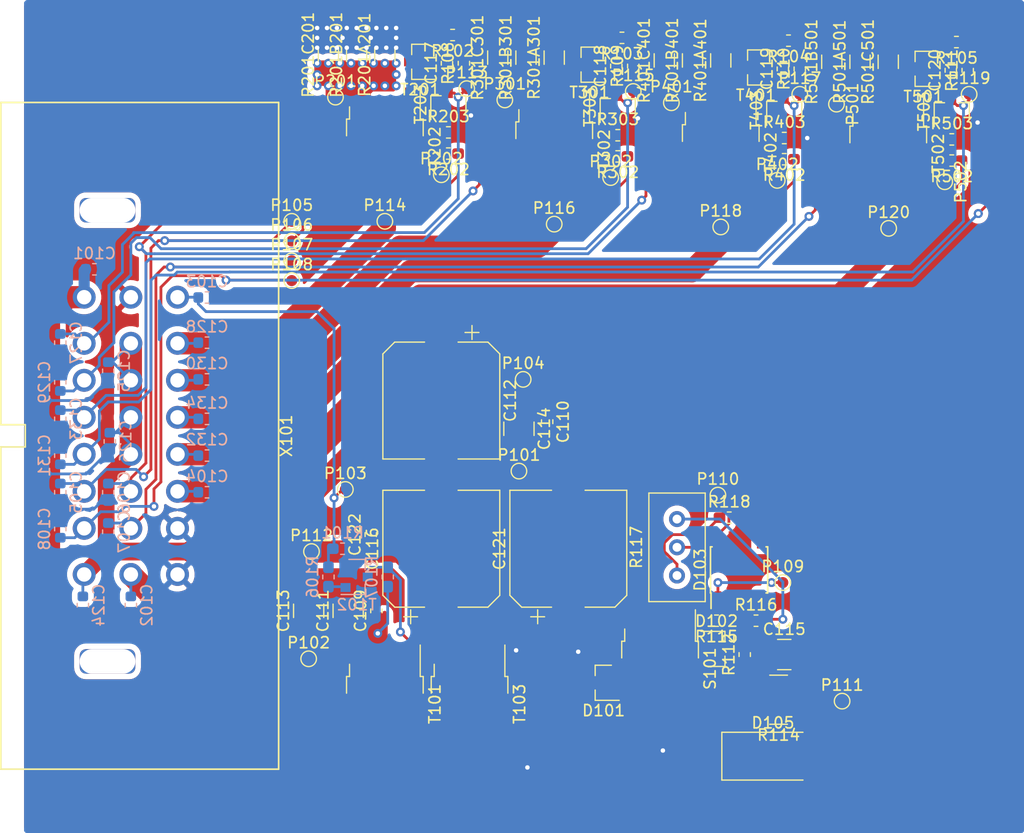
<source format=kicad_pcb>
(kicad_pcb (version 20171130) (host pcbnew "(5.0.0)")
  (layers (0 F.Cu signal) (31 B.Cu signal) (34 B.Paste user hide) (35 F.Paste user hide) (36 B.SilkS user) (37 F.SilkS user hide) (38 B.Mask user hide) (39 F.Mask user hide) (44 Edge.Cuts user hide))
  (net 0 "")
  (net 1 GND)
  (net 2 /U_U_CHRG)
  (net 3 /A_T_OUT4)
  (net 4 /A_T_OUT3)
  (net 5 /A_T_OUT2)
  (net 6 /A_T_OUT1)
  (net 7 /E_S_RLY)
  (net 8 UBD)
  (net 9 /E_S_CTL3)
  (net 10 /E_S_CTL2)
  (net 11 UBR)
  (net 12 /E_S_CTL4)
  (net 13 /E_S_CTL1)
  (net 14 /A_S_DIAG4)
  (net 15 /A_S_DIAG3)
  (net 16 /A_S_DIAG2)
  (net 17 /A_S_DIAG1)
  (net 18 "Net-(D102-Pad1)")
  (net 19 "Net-(P301-Pad1)")
  (net 20 "Net-(P502-Pad1)")
  (net 21 "Net-(P501-Pad1)")
  (net 22 "Net-(P402-Pad1)")
  (net 23 "Net-(P401-Pad1)")
  (net 24 "Net-(P302-Pad1)")
  (net 25 "Net-(P202-Pad1)")
  (net 26 "Net-(P201-Pad1)")
  (net 27 "Net-(D105-Pad2)")
  (net 28 "Net-(C115-Pad1)")
  (net 29 "Net-(R106-Pad2)")
  (net 30 "Net-(R107-Pad1)")
  (net 31 "Net-(R117-Pad3)")
  (net 32 "Net-(R116-Pad2)")
  (net 33 "Net-(D103-Pad8)")
  (net 34 "Net-(D102-Pad2)")
  (net 35 "Net-(T101-Pad2)")
  (net 36 "/LSS 4/ctrl")
  (net 37 "/LSS 3/ctrl")
  (net 38 "/LSS 2/ctrl")
  (net 39 "/LSS 1/ctrl")
  (module TestPoint:TestPoint_Pad_D1.0mm (layer F.Cu) (at 92.71 90.17)
    (fp_text reference P116 (at 0 -1.448) (layer F.SilkS))
    (fp_text value TestPoint)
    (pad 1 smd circle (at 0 0) (size 1 1) (layers F.Cu F.Mask) (net 5 /A_T_OUT2))
  )
  (module TestPoint:TestPoint_Pad_D1.0mm (layer F.Cu) (at 114.808 78.486)
    (fp_text reference P117 (at 0 -1.448) (layer F.SilkS))
    (fp_text value TestPoint)
    (pad 1 smd circle (at 0 0) (size 1 1) (layers F.Cu F.Mask) (net 15 /A_S_DIAG3))
  )
  (module TestPoint:TestPoint_Pad_D1.0mm (layer F.Cu) (at 107.696 90.424)
    (fp_text reference P118 (at 0 -1.448) (layer F.SilkS))
    (fp_text value TestPoint)
    (pad 1 smd circle (at 0 0) (size 1 1) (layers F.Cu F.Mask) (net 4 /A_T_OUT3))
  )
  (module TestPoint:TestPoint_Pad_D1.0mm (layer F.Cu) (at 130.048 78.486)
    (fp_text reference P119 (at 0 -1.448) (layer F.SilkS))
    (fp_text value TestPoint)
    (pad 1 smd circle (at 0 0) (size 1 1) (layers F.Cu F.Mask) (net 14 /A_S_DIAG4))
  )
  (module TestPoint:TestPoint_Pad_D1.0mm (layer F.Cu) (at 122.809 90.551)
    (fp_text reference P120 (at 0 -1.448) (layer F.SilkS))
    (fp_text value TestPoint)
    (pad 1 smd circle (at 0 0) (size 1 1) (layers F.Cu F.Mask) (net 3 /A_T_OUT4))
  )
  (module TestPoint:TestPoint_Pad_D1.0mm (layer F.Cu) (at 73.025 78.74)
    (fp_text reference P201 (at 0 -1.448) (layer F.SilkS))
    (fp_text value TestPoint)
    (pad 1 smd circle (at 0 0) (size 1 1) (layers F.Cu F.Mask) (net 26 "Net-(P201-Pad1)"))
  )
  (module TestPoint:TestPoint_Pad_D1.0mm (layer F.Cu) (at 82.55 85.725)
    (fp_text reference P202 (at 0 -1.448) (layer F.SilkS))
    (fp_text value TestPoint)
    (pad 1 smd circle (at 0 0) (size 1 1) (layers F.Cu F.Mask) (net 25 "Net-(P202-Pad1)"))
  )
  (module TestPoint:TestPoint_Pad_D1.0mm (layer F.Cu) (at 97.79 85.979)
    (fp_text reference P302 (at 0 -1.448) (layer F.SilkS))
    (fp_text value TestPoint)
    (pad 1 smd circle (at 0 0) (size 1 1) (layers F.Cu F.Mask) (net 24 "Net-(P302-Pad1)"))
  )
  (module TestPoint:TestPoint_Pad_D1.0mm (layer F.Cu) (at 103.251 79.248)
    (fp_text reference P401 (at 0 -1.448) (layer F.SilkS))
    (fp_text value TestPoint)
    (pad 1 smd circle (at 0 0) (size 1 1) (layers F.Cu F.Mask) (net 23 "Net-(P401-Pad1)"))
  )
  (module TestPoint:TestPoint_Pad_D1.0mm (layer F.Cu) (at 112.776 86.233)
    (fp_text reference P402 (at 0 -1.448) (layer F.SilkS))
    (fp_text value TestPoint)
    (pad 1 smd circle (at 0 0) (size 1 1) (layers F.Cu F.Mask) (net 22 "Net-(P402-Pad1)"))
  )
  (module TestPoint:TestPoint_Pad_D1.0mm (layer F.Cu) (at 118.11 79.370349 270)
    (fp_text reference P501 (at 0 -1.448 270) (layer F.SilkS))
    (fp_text value TestPoint)
    (pad 1 smd circle (at 0 0 270) (size 1 1) (layers F.Cu F.Mask) (net 21 "Net-(P501-Pad1)"))
  )
  (module TestPoint:TestPoint_Pad_D1.0mm (layer F.Cu) (at 127.850232 86.355349 270)
    (fp_text reference P502 (at 0 -1.448 270) (layer F.SilkS))
    (fp_text value TestPoint)
    (pad 1 smd circle (at 0 0 270) (size 1 1) (layers F.Cu F.Mask) (net 20 "Net-(P502-Pad1)"))
  )
  (module TestPoint:TestPoint_Pad_D1.0mm (layer F.Cu) (at 84.836 77.978)
    (fp_text reference P113 (at 0 -1.448) (layer F.SilkS))
    (fp_text value TestPoint)
    (pad 1 smd circle (at 0 0) (size 1 1) (layers F.Cu F.Mask) (net 17 /A_S_DIAG1))
  )
  (module TestPoint:TestPoint_Pad_D1.0mm (layer F.Cu) (at 99.822 78.232)
    (fp_text reference P115 (at 0 -1.448) (layer F.SilkS))
    (fp_text value TestPoint)
    (pad 1 smd circle (at 0 0) (size 1 1) (layers F.Cu F.Mask) (net 16 /A_S_DIAG2))
  )
  (module TestPoint:TestPoint_Pad_D1.0mm (layer F.Cu) (at 77.47 89.916)
    (fp_text reference P114 (at 0 -1.448) (layer F.SilkS))
    (fp_text value TestPoint)
    (pad 1 smd circle (at 0 0) (size 1 1) (layers F.Cu F.Mask) (net 6 /A_T_OUT1))
  )
  (module TestPoint:TestPoint_Pad_D1.0mm (layer F.Cu) (at 88.265 78.994)
    (fp_text reference P301 (at 0 -1.448) (layer F.SilkS))
    (fp_text value TestPoint)
    (pad 1 smd circle (at 0 0) (size 1 1) (layers F.Cu F.Mask) (net 19 "Net-(P301-Pad1)"))
  )
  (module TestPoint:TestPoint_Pad_D1.0mm (layer F.Cu) (at 70.612 129.286)
    (fp_text reference P102 (at 0 -1.448) (layer F.SilkS))
    (fp_text value TestPoint)
    (pad 1 smd circle (at 0 0) (size 1 1) (layers F.Cu F.Mask) (net 8 UBD))
  )
  (module TestPoint:TestPoint_Pad_D1.0mm (layer F.Cu) (at 73.914 114.046)
    (fp_text reference P103 (at 0 -1.448) (layer F.SilkS))
    (fp_text value TestPoint)
    (pad 1 smd circle (at 0 0) (size 1 1) (layers F.Cu F.Mask) (net 7 /E_S_RLY))
  )
  (module TestPoint:TestPoint_Pad_D1.0mm (layer F.Cu) (at 89.916 104.14)
    (fp_text reference P104 (at 0 -1.448) (layer F.SilkS))
    (fp_text value TestPoint)
    (pad 1 smd circle (at 0 0) (size 1 1) (layers F.Cu F.Mask) (net 2 /U_U_CHRG))
  )
  (module TestPoint:TestPoint_Pad_D1.0mm (layer F.Cu) (at 69.088 89.916)
    (fp_text reference P105 (at 0 -1.448) (layer F.SilkS))
    (fp_text value TestPoint)
    (pad 1 smd circle (at 0 0) (size 1 1) (layers F.Cu F.Mask) (net 13 /E_S_CTL1))
  )
  (module TestPoint:TestPoint_Pad_D1.0mm (layer F.Cu) (at 69.088 91.694)
    (fp_text reference P106 (at 0 -1.448) (layer F.SilkS))
    (fp_text value TestPoint)
    (pad 1 smd circle (at 0 0) (size 1 1) (layers F.Cu F.Mask) (net 10 /E_S_CTL2))
  )
  (module TestPoint:TestPoint_Pad_D1.0mm (layer F.Cu) (at 69.088 93.472)
    (fp_text reference P107 (at 0 -1.448) (layer F.SilkS))
    (fp_text value TestPoint)
    (pad 1 smd circle (at 0 0) (size 1 1) (layers F.Cu F.Mask) (net 9 /E_S_CTL3))
  )
  (module TestPoint:TestPoint_Pad_D1.0mm (layer F.Cu) (at 69.088 95.25)
    (fp_text reference P108 (at 0 -1.448) (layer F.SilkS))
    (fp_text value TestPoint)
    (pad 1 smd circle (at 0 0) (size 1 1) (layers F.Cu F.Mask) (net 12 /E_S_CTL4))
  )
  (module TestPoint:TestPoint_Pad_D1.0mm (layer F.Cu) (at 113.284 122.428)
    (fp_text reference P109 (at 0 -1.448) (layer F.SilkS))
    (fp_text value TestPoint)
    (pad 1 smd circle (at 0 0) (size 1 1) (layers F.Cu F.Mask) (net 18 "Net-(D102-Pad1)"))
  )
  (module TestPoint:TestPoint_Pad_D1.0mm (layer F.Cu) (at 107.442 114.554)
    (fp_text reference P110 (at 0 -1.448) (layer F.SilkS))
    (fp_text value TestPoint)
    (pad 1 smd circle (at 0 0) (size 1 1) (layers F.Cu F.Mask) (net 33 "Net-(D103-Pad8)"))
  )
  (module TestPoint:TestPoint_Pad_D1.0mm (layer F.Cu) (at 118.618 133.096)
    (fp_text reference P111 (at 0 -1.448) (layer F.SilkS))
    (fp_text value TestPoint)
    (pad 1 smd circle (at 0 0) (size 1 1) (layers F.Cu F.Mask) (net 27 "Net-(D105-Pad2)"))
  )
  (module TestPoint:TestPoint_Pad_D1.0mm (layer F.Cu) (at 70.866 119.634)
    (fp_text reference P112 (at 0 -1.448) (layer F.SilkS))
    (fp_text value TestPoint)
    (pad 1 smd circle (at 0 0) (size 1 1) (layers F.Cu F.Mask) (net 11 UBR))
  )
  (module TestPoint:TestPoint_Pad_D1.0mm (layer F.Cu) (at 89.535 112.395)
    (fp_text reference P101 (at 0 -1.448) (layer F.SilkS))
    (fp_text value TestPoint)
    (pad 1 smd circle (at 0 0) (size 1 1) (layers F.Cu F.Mask) (net 1 GND))
  )
  (module boatbox:HCCPHPE24BKA90F (layer F.Cu) (at 54.61 109.22 270)
    (fp_text reference X101 (at 0 -14 270) (layer F.SilkS))
    (fp_text value HCCPHPE24BKA90F)
    (pad "" np_thru_hole roundrect (at 20.3 2.1 270) (size 2.2 5) (drill oval 2.2 5) (layers *.Cu *.Mask))
    (pad "" np_thru_hole roundrect (at -20.3 2.1 270) (size 2.2 5) (drill oval 2.2 5) (layers *.Cu *.Mask))
    (pad 24 thru_hole circle (at 12.475 -4.2 270) (size 2.062 2.062) (drill 1.3) (layers *.Cu *.Mask) (net 1 GND))
    (pad 23 thru_hole circle (at 8.325 -4.2 270) (size 2.062 2.062) (drill 1.3) (layers *.Cu *.Mask) (net 1 GND))
    (pad 22 thru_hole circle (at 4.995 -4.2 270) (size 2.062 2.062) (drill 1.3) (layers *.Cu *.Mask) (net 2 /U_U_CHRG))
    (pad 21 thru_hole circle (at 1.665 -4.2 270) (size 2.062 2.062) (drill 1.3) (layers *.Cu *.Mask) (net 3 /A_T_OUT4))
    (pad 20 thru_hole circle (at -1.665 -4.2 270) (size 2.062 2.062) (drill 1.3) (layers *.Cu *.Mask) (net 4 /A_T_OUT3))
    (pad 19 thru_hole circle (at -4.995 -4.2 270) (size 2.062 2.062) (drill 1.3) (layers *.Cu *.Mask) (net 5 /A_T_OUT2))
    (pad 18 thru_hole circle (at -8.325 -4.2 270) (size 2.062 2.062) (drill 1.3) (layers *.Cu *.Mask) (net 6 /A_T_OUT1))
    (pad 17 thru_hole circle (at -12.475 -4.2 270) (size 2.062 2.062) (drill 1.3) (layers *.Cu *.Mask) (net 7 /E_S_RLY))
    (pad 16 thru_hole circle (at 12.475 0 270) (size 2.062 2.062) (drill 1.3) (layers *.Cu *.Mask) (net 8 UBD))
    (pad 15 thru_hole circle (at 8.325 0 270) (size 2.062 2.062) (drill 1.3) (layers *.Cu *.Mask) (net 9 /E_S_CTL3))
    (pad 14 thru_hole circle (at 4.995 0 270) (size 2.062 2.062) (drill 1.3) (layers *.Cu *.Mask) (net 10 /E_S_CTL2))
    (pad 13 thru_hole circle (at 1.665 0 270) (size 2.062 2.062) (drill 1.3) (layers *.Cu *.Mask) (net 11 UBR))
    (pad 12 thru_hole circle (at -1.665 0 270) (size 2.062 2.062) (drill 1.3) (layers *.Cu *.Mask) (net 11 UBR))
    (pad 11 thru_hole circle (at -4.995 0 270) (size 2.062 2.062) (drill 1.3) (layers *.Cu *.Mask) (net 11 UBR))
    (pad 10 thru_hole circle (at -8.325 0 270) (size 2.062 2.062) (drill 1.3) (layers *.Cu *.Mask) (net 11 UBR))
    (pad 9 thru_hole circle (at -12.475 0 270) (size 2.062 2.062) (drill 1.3) (layers *.Cu *.Mask) (net 1 GND))
    (pad 8 thru_hole circle (at 12.475 4.2 270) (size 2.062 2.062) (drill 1.3) (layers *.Cu *.Mask) (net 11 UBR))
    (pad 7 thru_hole circle (at 8.325 4.2 270) (size 2.062 2.062) (drill 1.3) (layers *.Cu *.Mask) (net 12 /E_S_CTL4))
    (pad 6 thru_hole circle (at 4.995 4.2 270) (size 2.062 2.062) (drill 1.3) (layers *.Cu *.Mask) (net 13 /E_S_CTL1))
    (pad 5 thru_hole circle (at 1.665 4.2 270) (size 2.062 2.062) (drill 1.3) (layers *.Cu *.Mask) (net 14 /A_S_DIAG4))
    (pad 4 thru_hole circle (at -1.665 4.2 270) (size 2.062 2.062) (drill 1.3) (layers *.Cu *.Mask) (net 15 /A_S_DIAG3))
    (pad 3 thru_hole circle (at -4.995 4.2 270) (size 2.062 2.062) (drill 1.3) (layers *.Cu *.Mask) (net 16 /A_S_DIAG2))
    (pad 2 thru_hole circle (at -8.325 4.2 270) (size 2.062 2.062) (drill 1.3) (layers *.Cu *.Mask) (net 17 /A_S_DIAG1))
    (pad 1 thru_hole circle (at -12.475 4.2 270) (size 2.062 2.062) (drill 1.3) (layers *.Cu *.Mask) (net 8 UBD))
  )
  (module Capacitor_SMD:C_0603_1608Metric (layer B.Cu) (at 52.7165 109.728 90)
    (fp_text reference C126 (at 0 1.43 90) (layer B.SilkS) (effects (justify mirror)))
    (fp_text value 4.7n)
    (pad 1 smd roundrect (at -0.7875 0 90) (size 0.875 0.95) (layers B.Cu B.Paste B.Mask) (net 1 GND))
    (pad 2 smd roundrect (at 0.7875 0 90) (size 0.875 0.95) (layers B.Cu B.Paste B.Mask) (net 11 UBR))
  )
  (module Capacitor_SMD:C_0603_1608Metric (layer B.Cu) (at 61.468 104.14 180)
    (fp_text reference C130 (at 0 1.43 180) (layer B.SilkS) (effects (justify mirror)))
    (fp_text value 4.7n)
    (pad 2 smd roundrect (at 0.7875 0 180) (size 0.875 0.95) (layers B.Cu B.Paste B.Mask) (net 5 /A_T_OUT2))
    (pad 1 smd roundrect (at -0.7875 0 180) (size 0.875 0.95) (layers B.Cu B.Paste B.Mask) (net 1 GND))
  )
  (module Capacitor_SMD:C_0603_1608Metric (layer B.Cu) (at 52.578 103.378 90)
    (fp_text reference C125 (at 0 1.43 90) (layer B.SilkS) (effects (justify mirror)))
    (fp_text value 4.7n)
    (pad 1 smd roundrect (at -0.7875 0 90) (size 0.875 0.95) (layers B.Cu B.Paste B.Mask) (net 1 GND))
    (pad 2 smd roundrect (at 0.7875 0 90) (size 0.875 0.95) (layers B.Cu B.Paste B.Mask) (net 11 UBR))
  )
  (module Capacitor_SMD:C_0603_1608Metric (layer B.Cu) (at 61.468 96.774 180)
    (fp_text reference C103 (at 0 1.43 180) (layer B.SilkS) (effects (justify mirror)))
    (fp_text value 4.7n)
    (pad 2 smd roundrect (at 0.7875 0 180) (size 0.875 0.95) (layers B.Cu B.Paste B.Mask) (net 7 /E_S_RLY))
    (pad 1 smd roundrect (at -0.7875 0 180) (size 0.875 0.95) (layers B.Cu B.Paste B.Mask) (net 1 GND))
  )
  (module Capacitor_SMD:C_0603_1608Metric (layer B.Cu) (at 48.26 117.602 270)
    (fp_text reference C108 (at 0 1.43 270) (layer B.SilkS) (effects (justify mirror)))
    (fp_text value 4.7n)
    (pad 1 smd roundrect (at -0.7875 0 270) (size 0.875 0.95) (layers B.Cu B.Paste B.Mask) (net 1 GND))
    (pad 2 smd roundrect (at 0.7875 0 270) (size 0.875 0.95) (layers B.Cu B.Paste B.Mask) (net 12 /E_S_CTL4))
  )
  (module Capacitor_SMD:C_0603_1608Metric (layer B.Cu) (at 51.3335 94.234 180)
    (fp_text reference C101 (at 0 1.43 180) (layer B.SilkS) (effects (justify mirror)))
    (fp_text value 4.7n)
    (pad 2 smd roundrect (at 0.7875 0 180) (size 0.875 0.95) (layers B.Cu B.Paste B.Mask) (net 8 UBD))
    (pad 1 smd roundrect (at -0.7875 0 180) (size 0.875 0.95) (layers B.Cu B.Paste B.Mask) (net 1 GND))
  )
  (module Capacitor_SMD:C_0603_1608Metric (layer B.Cu) (at 52.578 114.3 90)
    (fp_text reference C106 (at 0 1.43 90) (layer B.SilkS) (effects (justify mirror)))
    (fp_text value 4.7n)
    (pad 1 smd roundrect (at -0.7875 0 90) (size 0.875 0.95) (layers B.Cu B.Paste B.Mask) (net 1 GND))
    (pad 2 smd roundrect (at 0.7875 0 90) (size 0.875 0.95) (layers B.Cu B.Paste B.Mask) (net 10 /E_S_CTL2))
  )
  (module Capacitor_SMD:C_0603_1608Metric (layer B.Cu) (at 48.26 114.3 90)
    (fp_text reference C105 (at 0 1.43 90) (layer B.SilkS) (effects (justify mirror)))
    (fp_text value 4.7n)
    (pad 2 smd roundrect (at 0.7875 0 90) (size 0.875 0.95) (layers B.Cu B.Paste B.Mask) (net 13 /E_S_CTL1))
    (pad 1 smd roundrect (at -0.7875 0 90) (size 0.875 0.95) (layers B.Cu B.Paste B.Mask) (net 1 GND))
  )
  (module Capacitor_SMD:C_0603_1608Metric (layer B.Cu) (at 61.468 114.3 180)
    (fp_text reference C104 (at 0 1.43 180) (layer B.SilkS) (effects (justify mirror)))
    (fp_text value 4.7n)
    (pad 1 smd roundrect (at -0.7875 0 180) (size 0.875 0.95) (layers B.Cu B.Paste B.Mask) (net 1 GND))
    (pad 2 smd roundrect (at 0.7875 0 180) (size 0.875 0.95) (layers B.Cu B.Paste B.Mask) (net 2 /U_U_CHRG))
  )
  (module Capacitor_SMD:C_0603_1608Metric (layer B.Cu) (at 54.61 124.46 90)
    (fp_text reference C102 (at 0 1.43 90) (layer B.SilkS) (effects (justify mirror)))
    (fp_text value 4.7n)
    (pad 2 smd roundrect (at 0.7875 0 90) (size 0.875 0.95) (layers B.Cu B.Paste B.Mask) (net 8 UBD))
    (pad 1 smd roundrect (at -0.7875 0 90) (size 0.875 0.95) (layers B.Cu B.Paste B.Mask) (net 1 GND))
  )
  (module Capacitor_SMD:C_0603_1608Metric (layer B.Cu) (at 48.26 110.998 270)
    (fp_text reference C131 (at 0 1.43 270) (layer B.SilkS) (effects (justify mirror)))
    (fp_text value 4.7n)
    (pad 1 smd roundrect (at -0.7875 0 270) (size 0.875 0.95) (layers B.Cu B.Paste B.Mask) (net 1 GND))
    (pad 2 smd roundrect (at 0.7875 0 270) (size 0.875 0.95) (layers B.Cu B.Paste B.Mask) (net 14 /A_S_DIAG4))
  )
  (module Capacitor_SMD:C_0603_1608Metric (layer B.Cu) (at 50.292 124.46 90)
    (fp_text reference C124 (at 0 1.43 90) (layer B.SilkS) (effects (justify mirror)))
    (fp_text value 4.7n)
    (pad 2 smd roundrect (at 0.7875 0 90) (size 0.875 0.95) (layers B.Cu B.Paste B.Mask) (net 11 UBR))
    (pad 1 smd roundrect (at -0.7875 0 90) (size 0.875 0.95) (layers B.Cu B.Paste B.Mask) (net 1 GND))
  )
  (module Capacitor_SMD:C_0603_1608Metric (layer B.Cu) (at 61.468 110.998 180)
    (fp_text reference C132 (at 0 1.43 180) (layer B.SilkS) (effects (justify mirror)))
    (fp_text value 4.7n)
    (pad 1 smd roundrect (at -0.7875 0 180) (size 0.875 0.95) (layers B.Cu B.Paste B.Mask) (net 1 GND))
    (pad 2 smd roundrect (at 0.7875 0 180) (size 0.875 0.95) (layers B.Cu B.Paste B.Mask) (net 3 /A_T_OUT4))
  )
  (module Capacitor_SMD:C_0603_1608Metric (layer B.Cu) (at 48.26 107.696 90)
    (fp_text reference C133 (at 0 1.43 90) (layer B.SilkS) (effects (justify mirror)))
    (fp_text value 4.7n)
    (pad 2 smd roundrect (at 0.7875 0 90) (size 0.875 0.95) (layers B.Cu B.Paste B.Mask) (net 15 /A_S_DIAG3))
    (pad 1 smd roundrect (at -0.7875 0 90) (size 0.875 0.95) (layers B.Cu B.Paste B.Mask) (net 1 GND))
  )
  (module Capacitor_SMD:C_0603_1608Metric (layer B.Cu) (at 61.468 107.696 180)
    (fp_text reference C134 (at 0 1.43 180) (layer B.SilkS) (effects (justify mirror)))
    (fp_text value 4.7n)
    (pad 1 smd roundrect (at -0.7875 0 180) (size 0.875 0.95) (layers B.Cu B.Paste B.Mask) (net 1 GND))
    (pad 2 smd roundrect (at 0.7875 0 180) (size 0.875 0.95) (layers B.Cu B.Paste B.Mask) (net 4 /A_T_OUT3))
  )
  (module Capacitor_SMD:C_0603_1608Metric (layer B.Cu) (at 48.26 104.394 270)
    (fp_text reference C129 (at 0 1.43 270) (layer B.SilkS) (effects (justify mirror)))
    (fp_text value 4.7n)
    (pad 2 smd roundrect (at 0.7875 0 270) (size 0.875 0.95) (layers B.Cu B.Paste B.Mask) (net 16 /A_S_DIAG2))
    (pad 1 smd roundrect (at -0.7875 0 270) (size 0.875 0.95) (layers B.Cu B.Paste B.Mask) (net 1 GND))
  )
  (module Capacitor_SMD:C_0603_1608Metric (layer B.Cu) (at 61.468 100.838 180)
    (fp_text reference C128 (at 0 1.43 180) (layer B.SilkS) (effects (justify mirror)))
    (fp_text value 4.7n)
    (pad 1 smd roundrect (at -0.7875 0 180) (size 0.875 0.95) (layers B.Cu B.Paste B.Mask) (net 1 GND))
    (pad 2 smd roundrect (at 0.7875 0 180) (size 0.875 0.95) (layers B.Cu B.Paste B.Mask) (net 6 /A_T_OUT1))
  )
  (module Capacitor_SMD:C_0603_1608Metric (layer B.Cu) (at 52.578 117.856 90)
    (fp_text reference C107 (at 0 1.43 90) (layer B.SilkS) (effects (justify mirror)))
    (fp_text value 4.7n)
    (pad 2 smd roundrect (at 0.7875 0 90) (size 0.875 0.95) (layers B.Cu B.Paste B.Mask) (net 9 /E_S_CTL3))
    (pad 1 smd roundrect (at -0.7875 0 90) (size 0.875 0.95) (layers B.Cu B.Paste B.Mask) (net 1 GND))
  )
  (module Capacitor_SMD:C_0603_1608Metric (layer B.Cu) (at 48.26 100.838 90)
    (fp_text reference C127 (at 0 1.43 90) (layer B.SilkS) (effects (justify mirror)))
    (fp_text value 4.7n)
    (pad 1 smd roundrect (at -0.7875 0 90) (size 0.875 0.95) (layers B.Cu B.Paste B.Mask) (net 1 GND))
    (pad 2 smd roundrect (at 0.7875 0 90) (size 0.875 0.95) (layers B.Cu B.Paste B.Mask) (net 17 /A_S_DIAG1))
  )
  (module Package_SO:SOIC-8_3.9x4.9mm_P1.27mm (layer F.Cu) (at 109.347 121.285 90)
    (fp_text reference D103 (at 0 -3.5 90) (layer F.SilkS))
    (fp_text value TL431D)
    (pad 1 smd rect (at -2.7 -1.905 90) (size 1.55 0.6) (layers F.Cu F.Paste F.Mask) (net 18 "Net-(D102-Pad1)"))
    (pad 2 smd rect (at -2.7 -0.635 90) (size 1.55 0.6) (layers F.Cu F.Paste F.Mask) (net 1 GND))
    (pad 3 smd rect (at -2.7 0.635 90) (size 1.55 0.6) (layers F.Cu F.Paste F.Mask) (net 1 GND))
    (pad 4 smd rect (at -2.7 1.905 90) (size 1.55 0.6) (layers F.Cu F.Paste F.Mask))
    (pad 5 smd rect (at 2.7 1.905 90) (size 1.55 0.6) (layers F.Cu F.Paste F.Mask))
    (pad 6 smd rect (at 2.7 0.635 90) (size 1.55 0.6) (layers F.Cu F.Paste F.Mask) (net 1 GND))
    (pad 7 smd rect (at 2.7 -0.635 90) (size 1.55 0.6) (layers F.Cu F.Paste F.Mask) (net 1 GND))
    (pad 8 smd rect (at 2.7 -1.905 90) (size 1.55 0.6) (layers F.Cu F.Paste F.Mask) (net 33 "Net-(D103-Pad8)"))
  )
  (module Potentiometer_THT:Potentiometer_Bourns_3296W_Vertical (layer F.Cu) (at 103.759 116.713 90)
    (fp_text reference R117 (at -2.54 -3.66 90) (layer F.SilkS))
    (fp_text value 10k)
    (pad 1 thru_hole circle (at 0 0 90) (size 1.44 1.44) (drill 0.8) (layers *.Cu *.Mask) (net 32 "Net-(R116-Pad2)"))
    (pad 2 thru_hole circle (at -2.54 0 90) (size 1.44 1.44) (drill 0.8) (layers *.Cu *.Mask) (net 33 "Net-(D103-Pad8)"))
    (pad 3 thru_hole circle (at -5.08 0 90) (size 1.44 1.44) (drill 0.8) (layers *.Cu *.Mask) (net 31 "Net-(R117-Pad3)"))
  )
  (module Capacitor_SMD:CP_Elec_10x10 (layer F.Cu) (at 82.55 106.045 270)
    (fp_text reference C112 (at 0 -6.2 270) (layer F.SilkS))
    (fp_text value 270u)
    (pad 1 smd rect (at -4 0 270) (size 4 2.5) (layers F.Cu F.Paste F.Mask) (net 2 /U_U_CHRG))
    (pad 2 smd rect (at 4 0 270) (size 4 2.5) (layers F.Cu F.Paste F.Mask) (net 1 GND))
  )
  (module Capacitor_SMD:CP_Elec_10x10 (layer F.Cu) (at 82.55 119.38 90)
    (fp_text reference C116 (at 0 -6.2 90) (layer F.SilkS))
    (fp_text value 270u)
    (pad 2 smd rect (at 4 0 90) (size 4 2.5) (layers F.Cu F.Paste F.Mask) (net 1 GND))
    (pad 1 smd rect (at -4 0 90) (size 4 2.5) (layers F.Cu F.Paste F.Mask) (net 11 UBR))
  )
  (module Capacitor_SMD:CP_Elec_10x10 (layer F.Cu) (at 93.98 119.38 90)
    (fp_text reference C121 (at 0 -6.2 90) (layer F.SilkS))
    (fp_text value 270u)
    (pad 1 smd rect (at -4 0 90) (size 4 2.5) (layers F.Cu F.Paste F.Mask) (net 11 UBR))
    (pad 2 smd rect (at 4 0 90) (size 4 2.5) (layers F.Cu F.Paste F.Mask) (net 1 GND))
  )
  (module Capacitor_SMD:C_0603_1608Metric_Pad1.05x0.95mm_HandSolder (layer F.Cu) (at 76.2 118.11 90)
    (fp_text reference C122 (at 0 -1.43 90) (layer F.SilkS))
    (fp_text value 100n)
    (pad 2 smd roundrect (at 0.875 0 90) (size 1.05 0.95) (layers F.Cu F.Paste F.Mask) (net 1 GND))
    (pad 1 smd roundrect (at -0.875 0 90) (size 1.05 0.95) (layers F.Cu F.Paste F.Mask) (net 11 UBR))
  )
  (module Capacitor_SMD:C_0603_1608Metric_Pad1.05x0.95mm_HandSolder (layer F.Cu) (at 76.708 124.968 90)
    (fp_text reference C109 (at 0 -1.43 90) (layer F.SilkS))
    (fp_text value 100n)
    (pad 1 smd roundrect (at -0.875 0 90) (size 1.05 0.95) (layers F.Cu F.Paste F.Mask) (net 8 UBD))
    (pad 2 smd roundrect (at 0.875 0 90) (size 1.05 0.95) (layers F.Cu F.Paste F.Mask) (net 1 GND))
  )
  (module Capacitor_SMD:C_0603_1608Metric_Pad1.05x0.95mm_HandSolder (layer F.Cu) (at 92.075 107.95 270)
    (fp_text reference C110 (at 0 -1.43 270) (layer F.SilkS))
    (fp_text value 100n)
    (pad 2 smd roundrect (at 0.875 0 270) (size 1.05 0.95) (layers F.Cu F.Paste F.Mask) (net 1 GND))
    (pad 1 smd roundrect (at -0.875 0 270) (size 1.05 0.95) (layers F.Cu F.Paste F.Mask) (net 2 /U_U_CHRG))
  )
  (module Capacitor_SMD:C_0603_1608Metric_Pad1.05x0.95mm_HandSolder (layer F.Cu) (at 83.058 75.692 90)
    (fp_text reference C117 (at 0 -1.43 90) (layer F.SilkS))
    (fp_text value 68n)
    (pad 1 smd roundrect (at -0.875 0 90) (size 1.05 0.95) (layers F.Cu F.Paste F.Mask) (net 39 "/LSS 1/ctrl"))
    (pad 2 smd roundrect (at 0.875 0 90) (size 1.05 0.95) (layers F.Cu F.Paste F.Mask) (net 1 GND))
  )
  (module Capacitor_SMD:C_0603_1608Metric_Pad1.05x0.95mm_HandSolder (layer F.Cu) (at 98.298 75.946 90)
    (fp_text reference C118 (at 0 -1.43 90) (layer F.SilkS))
    (fp_text value 68n)
    (pad 2 smd roundrect (at 0.875 0 90) (size 1.05 0.95) (layers F.Cu F.Paste F.Mask) (net 1 GND))
    (pad 1 smd roundrect (at -0.875 0 90) (size 1.05 0.95) (layers F.Cu F.Paste F.Mask) (net 38 "/LSS 2/ctrl"))
  )
  (module Capacitor_SMD:C_0603_1608Metric_Pad1.05x0.95mm_HandSolder (layer F.Cu) (at 128.397 76.327 90)
    (fp_text reference C120 (at 0 -1.43 90) (layer F.SilkS))
    (fp_text value 68n)
    (pad 1 smd roundrect (at -0.875 0 90) (size 1.05 0.95) (layers F.Cu F.Paste F.Mask) (net 36 "/LSS 4/ctrl"))
    (pad 2 smd roundrect (at 0.875 0 90) (size 1.05 0.95) (layers F.Cu F.Paste F.Mask) (net 1 GND))
  )
  (module Capacitor_SMD:C_0603_1608Metric_Pad1.05x0.95mm_HandSolder (layer F.Cu) (at 113.284 76.2 90)
    (fp_text reference C119 (at 0 -1.43 90) (layer F.SilkS))
    (fp_text value 68n)
    (pad 1 smd roundrect (at -0.875 0 90) (size 1.05 0.95) (layers F.Cu F.Paste F.Mask) (net 37 "/LSS 3/ctrl"))
    (pad 2 smd roundrect (at 0.875 0 90) (size 1.05 0.95) (layers F.Cu F.Paste F.Mask) (net 1 GND))
  )
  (module Capacitor_SMD:C_1210_3225Metric_Pad1.42x2.65mm_HandSolder (layer F.Cu) (at 113.411 128.905)
    (fp_text reference C115 (at 0 -2.28) (layer F.SilkS))
    (fp_text value 10u)
    (pad 2 smd roundrect (at 1.4875 0) (size 1.425 2.65) (layers F.Cu F.Paste F.Mask) (roundrect_rratio 0.175439) (net 1 GND))
    (pad 1 smd roundrect (at -1.4875 0) (size 1.425 2.65) (layers F.Cu F.Paste F.Mask) (roundrect_rratio 0.175439) (net 28 "Net-(C115-Pad1)"))
  )
  (module Capacitor_SMD:C_1210_3225Metric_Pad1.42x2.65mm_HandSolder (layer F.Cu) (at 70.612 124.968 90)
    (fp_text reference C113 (at 0 -2.28 90) (layer F.SilkS))
    (fp_text value 10u)
    (pad 1 smd roundrect (at -1.4875 0 90) (size 1.425 2.65) (layers F.Cu F.Paste F.Mask) (roundrect_rratio 0.175439) (net 8 UBD))
    (pad 2 smd roundrect (at 1.4875 0 90) (size 1.425 2.65) (layers F.Cu F.Paste F.Mask) (roundrect_rratio 0.175439) (net 1 GND))
  )
  (module Capacitor_SMD:C_1210_3225Metric_Pad1.42x2.65mm_HandSolder (layer F.Cu) (at 89.535 108.585 270)
    (fp_text reference C114 (at 0 -2.28 270) (layer F.SilkS))
    (fp_text value 10u)
    (pad 2 smd roundrect (at 1.4875 0 270) (size 1.425 2.65) (layers F.Cu F.Paste F.Mask) (roundrect_rratio 0.175439) (net 1 GND))
    (pad 1 smd roundrect (at -1.4875 0 270) (size 1.425 2.65) (layers F.Cu F.Paste F.Mask) (roundrect_rratio 0.175439) (net 2 /U_U_CHRG))
  )
  (module Capacitor_SMD:C_1210_3225Metric_Pad1.42x2.65mm_HandSolder (layer F.Cu) (at 74.168 124.968 90)
    (fp_text reference C111 (at 0 -2.28 90) (layer F.SilkS))
    (fp_text value 10u)
    (pad 1 smd roundrect (at -1.4875 0 90) (size 1.425 2.65) (layers F.Cu F.Paste F.Mask) (roundrect_rratio 0.175439) (net 8 UBD))
    (pad 2 smd roundrect (at 1.4875 0 90) (size 1.425 2.65) (layers F.Cu F.Paste F.Mask) (roundrect_rratio 0.175439) (net 1 GND))
  )
  (module Diode_SMD:D_SMB_Handsoldering (layer F.Cu) (at 112.395 138.049)
    (fp_text reference D105 (at 0 -3) (layer F.SilkS))
    (fp_text value MBRS360T3G)
    (pad 1 smd rect (at -2.7 0) (size 3.5 2.3) (layers F.Cu F.Paste F.Mask) (net 8 UBD))
    (pad 2 smd rect (at 2.7 0) (size 3.5 2.3) (layers F.Cu F.Paste F.Mask) (net 27 "Net-(D105-Pad2)"))
  )
  (module Diode_SMD:D_SOT-23_ANK (layer F.Cu) (at 97.155 131.445 180)
    (fp_text reference D101 (at 0 -2.5 180) (layer F.SilkS))
    (fp_text value BAS16)
    (pad 1 smd rect (at 1 0 180) (size 0.9 0.8) (layers F.Cu F.Paste F.Mask) (net 2 /U_U_CHRG))
    (pad "" smd rect (at -1 0.95 180) (size 0.9 0.8) (layers F.Cu F.Paste F.Mask))
    (pad 2 smd rect (at -1 -0.95 180) (size 0.9 0.8) (layers F.Cu F.Paste F.Mask) (net 28 "Net-(C115-Pad1)"))
  )
  (module Diode_SMD:D_SOT-23_ANK (layer F.Cu) (at 107.315 128.397)
    (fp_text reference D102 (at 0 -2.5) (layer F.SilkS))
    (fp_text value BAS16)
    (pad 2 smd rect (at -1 -0.95) (size 0.9 0.8) (layers F.Cu F.Paste F.Mask) (net 34 "Net-(D102-Pad2)"))
    (pad "" smd rect (at -1 0.95) (size 0.9 0.8) (layers F.Cu F.Paste F.Mask))
    (pad 1 smd rect (at 1 0) (size 0.9 0.8) (layers F.Cu F.Paste F.Mask) (net 18 "Net-(D102-Pad1)"))
  )
  (module Package_TO_SOT_SMD:SOT-23 (layer F.Cu) (at 113.411 79.883 90)
    (fp_text reference T403 (at 0 -2.5 90) (layer F.SilkS))
    (fp_text value BSS138)
    (pad 3 smd rect (at 1 0 90) (size 0.9 0.8) (layers F.Cu F.Paste F.Mask) (net 15 /A_S_DIAG3))
    (pad 2 smd rect (at -1 0.95 90) (size 0.9 0.8) (layers F.Cu F.Paste F.Mask) (net 1 GND))
    (pad 1 smd rect (at -1 -0.95 90) (size 0.9 0.8) (layers F.Cu F.Paste F.Mask) (net 22 "Net-(P402-Pad1)"))
  )
  (module Package_TO_SOT_SMD:SOT-23 (layer B.Cu) (at 74.93 121.92)
    (fp_text reference T102 (at 0 2.5) (layer B.SilkS) (effects (justify mirror)))
    (fp_text value BSS138)
    (pad 1 smd rect (at -1 0.95) (size 0.9 0.8) (layers B.Cu B.Paste B.Mask) (net 29 "Net-(R106-Pad2)"))
    (pad 2 smd rect (at -1 -0.95) (size 0.9 0.8) (layers B.Cu B.Paste B.Mask) (net 1 GND))
    (pad 3 smd rect (at 1 0) (size 0.9 0.8) (layers B.Cu B.Paste B.Mask) (net 30 "Net-(R107-Pad1)"))
  )
  (module Package_TO_SOT_SMD:SOT-23 (layer F.Cu) (at 80.645 75.565 180)
    (fp_text reference T201 (at 0 -2.5 180) (layer F.SilkS))
    (fp_text value BC847)
    (pad 3 smd rect (at 1 0 180) (size 0.9 0.8) (layers F.Cu F.Paste F.Mask) (net 39 "/LSS 1/ctrl"))
    (pad 2 smd rect (at -1 0.95 180) (size 0.9 0.8) (layers F.Cu F.Paste F.Mask) (net 1 GND))
    (pad 1 smd rect (at -1 -0.95 180) (size 0.9 0.8) (layers F.Cu F.Paste F.Mask) (net 26 "Net-(P201-Pad1)"))
  )
  (module Package_TO_SOT_SMD:SOT-23 (layer F.Cu) (at 98.425 79.629 90)
    (fp_text reference T303 (at 0 -2.5 90) (layer F.SilkS))
    (fp_text value BSS138)
    (pad 1 smd rect (at -1 -0.95 90) (size 0.9 0.8) (layers F.Cu F.Paste F.Mask) (net 24 "Net-(P302-Pad1)"))
    (pad 2 smd rect (at -1 0.95 90) (size 0.9 0.8) (layers F.Cu F.Paste F.Mask) (net 1 GND))
    (pad 3 smd rect (at 1 0 90) (size 0.9 0.8) (layers F.Cu F.Paste F.Mask) (net 16 /A_S_DIAG2))
  )
  (module Package_TO_SOT_SMD:SOT-23 (layer F.Cu) (at 110.871 76.073 180)
    (fp_text reference T401 (at 0 -2.5 180) (layer F.SilkS))
    (fp_text value BC847)
    (pad 3 smd rect (at 1 0 180) (size 0.9 0.8) (layers F.Cu F.Paste F.Mask) (net 37 "/LSS 3/ctrl"))
    (pad 2 smd rect (at -1 0.95 180) (size 0.9 0.8) (layers F.Cu F.Paste F.Mask) (net 1 GND))
    (pad 1 smd rect (at -1 -0.95 180) (size 0.9 0.8) (layers F.Cu F.Paste F.Mask) (net 23 "Net-(P401-Pad1)"))
  )
  (module Package_TO_SOT_SMD:SOT-23 (layer F.Cu) (at 83.185 79.375 90)
    (fp_text reference T203 (at 0 -2.5 90) (layer F.SilkS))
    (fp_text value BSS138)
    (pad 1 smd rect (at -1 -0.95 90) (size 0.9 0.8) (layers F.Cu F.Paste F.Mask) (net 25 "Net-(P202-Pad1)"))
    (pad 2 smd rect (at -1 0.95 90) (size 0.9 0.8) (layers F.Cu F.Paste F.Mask) (net 1 GND))
    (pad 3 smd rect (at 1 0 90) (size 0.9 0.8) (layers F.Cu F.Paste F.Mask) (net 17 /A_S_DIAG1))
  )
  (module Package_TO_SOT_SMD:SOT-23 (layer F.Cu) (at 95.885 75.819 180)
    (fp_text reference T301 (at 0 -2.5 180) (layer F.SilkS))
    (fp_text value BC847)
    (pad 1 smd rect (at -1 -0.95 180) (size 0.9 0.8) (layers F.Cu F.Paste F.Mask) (net 19 "Net-(P301-Pad1)"))
    (pad 2 smd rect (at -1 0.95 180) (size 0.9 0.8) (layers F.Cu F.Paste F.Mask) (net 1 GND))
    (pad 3 smd rect (at 1 0 180) (size 0.9 0.8) (layers F.Cu F.Paste F.Mask) (net 38 "/LSS 2/ctrl"))
  )
  (module Package_TO_SOT_SMD:SOT-23 (layer F.Cu) (at 128.485232 80.005349 90)
    (fp_text reference T503 (at 0 -2.5 90) (layer F.SilkS))
    (fp_text value BSS138)
    (pad 3 smd rect (at 1 0 90) (size 0.9 0.8) (layers F.Cu F.Paste F.Mask) (net 14 /A_S_DIAG4))
    (pad 2 smd rect (at -1 0.95 90) (size 0.9 0.8) (layers F.Cu F.Paste F.Mask) (net 1 GND))
    (pad 1 smd rect (at -1 -0.95 90) (size 0.9 0.8) (layers F.Cu F.Paste F.Mask) (net 20 "Net-(P502-Pad1)"))
  )
  (module Package_TO_SOT_SMD:SOT-23 (layer F.Cu) (at 125.945232 76.195349 180)
    (fp_text reference T501 (at 0 -2.5 180) (layer F.SilkS))
    (fp_text value BC847)
    (pad 1 smd rect (at -1 -0.95 180) (size 0.9 0.8) (layers F.Cu F.Paste F.Mask) (net 21 "Net-(P501-Pad1)"))
    (pad 2 smd rect (at -1 0.95 180) (size 0.9 0.8) (layers F.Cu F.Paste F.Mask) (net 1 GND))
    (pad 3 smd rect (at 1 0 180) (size 0.9 0.8) (layers F.Cu F.Paste F.Mask) (net 36 "/LSS 4/ctrl"))
  )
  (module Package_TO_SOT_SMD:TO-252-2 (layer F.Cu) (at 85.09 133.35 270)
    (fp_text reference T103 (at 0 -4.5 270) (layer F.SilkS))
    (fp_text value IRFR5505PBF)
    (pad 1 smd rect (at -4.2 -2.28 270) (size 2.2 1.2) (layers F.Cu F.Paste F.Mask) (net 30 "Net-(R107-Pad1)"))
    (pad 3 smd rect (at -4.2 2.28 270) (size 2.2 1.2) (layers F.Cu F.Paste F.Mask) (net 11 UBR))
    (pad 2 smd rect (at 2.1 0 270) (size 6.4 5.8) (layers F.Cu F.Mask) (net 35 "Net-(T101-Pad2)"))
  )
  (module Package_TO_SOT_SMD:TO-252-2 (layer F.Cu) (at 107.696 83.693 270)
    (fp_text reference T402 (at 0 -4.5 270) (layer F.SilkS))
    (fp_text value IPD50R380CE)
    (pad 2 smd rect (at 2.1 0 270) (size 6.4 5.8) (layers F.Cu F.Mask) (net 4 /A_T_OUT3))
    (pad 3 smd rect (at -4.2 2.28 270) (size 2.2 1.2) (layers F.Cu F.Paste F.Mask) (net 23 "Net-(P401-Pad1)"))
    (pad 1 smd rect (at -4.2 -2.28 270) (size 2.2 1.2) (layers F.Cu F.Paste F.Mask) (net 37 "/LSS 3/ctrl"))
  )
  (module Package_TO_SOT_SMD:TO-252-2 (layer F.Cu) (at 122.770232 83.815349 270)
    (fp_text reference T502 (at 0 -4.5 270) (layer F.SilkS))
    (fp_text value IPD50R380CE)
    (pad 1 smd rect (at -4.2 -2.28 270) (size 2.2 1.2) (layers F.Cu F.Paste F.Mask) (net 36 "/LSS 4/ctrl"))
    (pad 3 smd rect (at -4.2 2.28 270) (size 2.2 1.2) (layers F.Cu F.Paste F.Mask) (net 21 "Net-(P501-Pad1)"))
    (pad 2 smd rect (at 2.1 0 270) (size 6.4 5.8) (layers F.Cu F.Mask) (net 3 /A_T_OUT4))
  )
  (module Package_TO_SOT_SMD:TO-252-2 (layer F.Cu) (at 102.235 130.175 270)
    (fp_text reference S101 (at 0 -4.5 270) (layer F.SilkS))
    (fp_text value LM317)
    (pad 2 smd rect (at 2.1 0 270) (size 6.4 5.8) (layers F.Cu F.Mask) (net 28 "Net-(C115-Pad1)"))
    (pad 3 smd rect (at -4.2 2.28 270) (size 2.2 1.2) (layers F.Cu F.Paste F.Mask) (net 2 /U_U_CHRG))
    (pad 1 smd rect (at -4.2 -2.28 270) (size 2.2 1.2) (layers F.Cu F.Paste F.Mask) (net 34 "Net-(D102-Pad2)"))
  )
  (module Package_TO_SOT_SMD:TO-252-2 (layer F.Cu) (at 92.71 83.439 270)
    (fp_text reference T302 (at 0 -4.5 270) (layer F.SilkS))
    (fp_text value IPD50R380CE)
    (pad 1 smd rect (at -4.2 -2.28 270) (size 2.2 1.2) (layers F.Cu F.Paste F.Mask) (net 38 "/LSS 2/ctrl"))
    (pad 3 smd rect (at -4.2 2.28 270) (size 2.2 1.2) (layers F.Cu F.Paste F.Mask) (net 19 "Net-(P301-Pad1)"))
    (pad 2 smd rect (at 2.1 0 270) (size 6.4 5.8) (layers F.Cu F.Mask) (net 5 /A_T_OUT2))
  )
  (module Package_TO_SOT_SMD:TO-252-2 (layer F.Cu) (at 77.47 133.35 270)
    (fp_text reference T101 (at 0 -4.5 270) (layer F.SilkS))
    (fp_text value IRFR5505PBF)
    (pad 2 smd rect (at 2.1 0 270) (size 6.4 5.8) (layers F.Cu F.Mask) (net 35 "Net-(T101-Pad2)"))
    (pad 3 smd rect (at -4.2 2.28 270) (size 2.2 1.2) (layers F.Cu F.Paste F.Mask) (net 8 UBD))
    (pad 1 smd rect (at -4.2 -2.28 270) (size 2.2 1.2) (layers F.Cu F.Paste F.Mask) (net 30 "Net-(R107-Pad1)"))
  )
  (module Package_TO_SOT_SMD:TO-252-2 (layer F.Cu) (at 77.47 83.185 270)
    (fp_text reference T202 (at 0 -4.5 270) (layer F.SilkS))
    (fp_text value IPD50R380CE)
    (pad 1 smd rect (at -4.2 -2.28 270) (size 2.2 1.2) (layers F.Cu F.Paste F.Mask) (net 39 "/LSS 1/ctrl"))
    (pad 3 smd rect (at -4.2 2.28 270) (size 2.2 1.2) (layers F.Cu F.Paste F.Mask) (net 26 "Net-(P201-Pad1)"))
    (pad 2 smd rect (at 2.1 0 270) (size 6.4 5.8) (layers F.Cu F.Mask) (net 6 /A_T_OUT1))
  )
  (module Resistor_SMD:R_0603_1608Metric_Pad1.05x0.95mm_HandSolder (layer F.Cu) (at 109.855 128.905 90)
    (fp_text reference R112 (at 0 -1.43 90) (layer F.SilkS))
    (fp_text value 1k)
    (pad 2 smd roundrect (at 0.875 0 90) (size 1.05 0.95) (layers F.Cu F.Paste F.Mask) (net 18 "Net-(D102-Pad1)"))
    (pad 1 smd roundrect (at -0.875 0 90) (size 1.05 0.95) (layers F.Cu F.Paste F.Mask) (net 28 "Net-(C115-Pad1)"))
  )
  (module Resistor_SMD:R_0603_1608Metric_Pad1.05x0.95mm_HandSolder (layer F.Cu) (at 107.315 125.857 180)
    (fp_text reference R115 (at 0 -1.43 180) (layer F.SilkS))
    (fp_text value 1k)
    (pad 1 smd roundrect (at -0.875 0 180) (size 1.05 0.95) (layers F.Cu F.Paste F.Mask) (net 27 "Net-(D105-Pad2)"))
    (pad 2 smd roundrect (at 0.875 0 180) (size 1.05 0.95) (layers F.Cu F.Paste F.Mask) (net 34 "Net-(D102-Pad2)"))
  )
  (module Resistor_SMD:R_0603_1608Metric_Pad1.05x0.95mm_HandSolder (layer F.Cu) (at 110.871 125.857)
    (fp_text reference R116 (at 0 -1.43) (layer F.SilkS))
    (fp_text value 50m)
    (pad 2 smd roundrect (at 0.875 0) (size 1.05 0.95) (layers F.Cu F.Paste F.Mask) (net 32 "Net-(R116-Pad2)"))
    (pad 1 smd roundrect (at -0.875 0) (size 1.05 0.95) (layers F.Cu F.Paste F.Mask) (net 27 "Net-(D105-Pad2)"))
  )
  (module Resistor_SMD:R_0603_1608Metric_Pad1.05x0.95mm_HandSolder (layer F.Cu) (at 129.921 76.327 90)
    (fp_text reference R111 (at 0 -1.43 90) (layer F.SilkS))
    (fp_text value 46.4k)
    (pad 2 smd roundrect (at 0.875 0 90) (size 1.05 0.95) (layers F.Cu F.Paste F.Mask) (net 12 /E_S_CTL4))
    (pad 1 smd roundrect (at -0.875 0 90) (size 1.05 0.95) (layers F.Cu F.Paste F.Mask) (net 36 "/LSS 4/ctrl"))
  )
  (module Resistor_SMD:R_0603_1608Metric_Pad1.05x0.95mm_HandSolder (layer F.Cu) (at 108.458 116.586)
    (fp_text reference R118 (at 0 -1.43) (layer F.SilkS))
    (fp_text value 50m)
    (pad 1 smd roundrect (at -0.875 0) (size 1.05 0.95) (layers F.Cu F.Paste F.Mask) (net 31 "Net-(R117-Pad3)"))
    (pad 2 smd roundrect (at 0.875 0) (size 1.05 0.95) (layers F.Cu F.Paste F.Mask) (net 1 GND))
  )
  (module Resistor_SMD:R_0603_1608Metric_Pad1.05x0.95mm_HandSolder (layer F.Cu) (at 114.808 76.2 90)
    (fp_text reference R110 (at 0 -1.43 90) (layer F.SilkS))
    (fp_text value 46.4k)
    (pad 2 smd roundrect (at 0.875 0 90) (size 1.05 0.95) (layers F.Cu F.Paste F.Mask) (net 9 /E_S_CTL3))
    (pad 1 smd roundrect (at -0.875 0 90) (size 1.05 0.95) (layers F.Cu F.Paste F.Mask) (net 37 "/LSS 3/ctrl"))
  )
  (module Resistor_SMD:R_0603_1608Metric_Pad1.05x0.95mm_HandSolder (layer F.Cu) (at 99.822 75.946 90)
    (fp_text reference R109 (at 0 -1.43 90) (layer F.SilkS))
    (fp_text value 46.4k)
    (pad 1 smd roundrect (at -0.875 0 90) (size 1.05 0.95) (layers F.Cu F.Paste F.Mask) (net 38 "/LSS 2/ctrl"))
    (pad 2 smd roundrect (at 0.875 0 90) (size 1.05 0.95) (layers F.Cu F.Paste F.Mask) (net 10 /E_S_CTL2))
  )
  (module Resistor_SMD:R_0603_1608Metric_Pad1.05x0.95mm_HandSolder (layer F.Cu) (at 84.582 75.692 90)
    (fp_text reference R108 (at 0 -1.43 90) (layer F.SilkS))
    (fp_text value 46.4k)
    (pad 2 smd roundrect (at 0.875 0 90) (size 1.05 0.95) (layers F.Cu F.Paste F.Mask) (net 13 /E_S_CTL1))
    (pad 1 smd roundrect (at -0.875 0 90) (size 1.05 0.95) (layers F.Cu F.Paste F.Mask) (net 39 "/LSS 1/ctrl"))
  )
  (module Resistor_SMD:R_0603_1608Metric_Pad1.05x0.95mm_HandSolder (layer B.Cu) (at 77.724 121.92 270)
    (fp_text reference R107 (at 0 1.43 270) (layer B.SilkS) (effects (justify mirror)))
    (fp_text value 10k)
    (pad 1 smd roundrect (at -0.875 0 270) (size 1.05 0.95) (layers B.Cu B.Paste B.Mask) (net 30 "Net-(R107-Pad1)"))
    (pad 2 smd roundrect (at 0.875 0 270) (size 1.05 0.95) (layers B.Cu B.Paste B.Mask) (net 8 UBD))
  )
  (module Resistor_SMD:R_0603_1608Metric_Pad1.05x0.95mm_HandSolder (layer B.Cu) (at 72.39 121.92 270)
    (fp_text reference R106 (at 0 1.43 270) (layer B.SilkS) (effects (justify mirror)))
    (fp_text value 46.4k)
    (pad 2 smd roundrect (at 0.875 0 270) (size 1.05 0.95) (layers B.Cu B.Paste B.Mask) (net 29 "Net-(R106-Pad2)"))
    (pad 1 smd roundrect (at -0.875 0 270) (size 1.05 0.95) (layers B.Cu B.Paste B.Mask) (net 7 /E_S_RLY))
  )
  (module Resistor_SMD:R_0603_1608Metric_Pad1.05x0.95mm_HandSolder (layer F.Cu) (at 128.905 73.787 180)
    (fp_text reference R105 (at 0 -1.43 180) (layer F.SilkS))
    (fp_text value 46.4k)
    (pad 1 smd roundrect (at -0.875 0 180) (size 1.05 0.95) (layers F.Cu F.Paste F.Mask) (net 12 /E_S_CTL4))
    (pad 2 smd roundrect (at 0.875 0 180) (size 1.05 0.95) (layers F.Cu F.Paste F.Mask) (net 1 GND))
  )
  (module Resistor_SMD:R_0603_1608Metric_Pad1.05x0.95mm_HandSolder (layer F.Cu) (at 113.792 73.66 180)
    (fp_text reference R104 (at 0 -1.43 180) (layer F.SilkS))
    (fp_text value 46.4k)
    (pad 2 smd roundrect (at 0.875 0 180) (size 1.05 0.95) (layers F.Cu F.Paste F.Mask) (net 1 GND))
    (pad 1 smd roundrect (at -0.875 0 180) (size 1.05 0.95) (layers F.Cu F.Paste F.Mask) (net 9 /E_S_CTL3))
  )
  (module Resistor_SMD:R_0603_1608Metric_Pad1.05x0.95mm_HandSolder (layer F.Cu) (at 98.806 73.406 180)
    (fp_text reference R103 (at 0 -1.43 180) (layer F.SilkS))
    (fp_text value 46.4k)
    (pad 1 smd roundrect (at -0.875 0 180) (size 1.05 0.95) (layers F.Cu F.Paste F.Mask) (net 10 /E_S_CTL2))
    (pad 2 smd roundrect (at 0.875 0 180) (size 1.05 0.95) (layers F.Cu F.Paste F.Mask) (net 1 GND))
  )
  (module Resistor_SMD:R_0603_1608Metric_Pad1.05x0.95mm_HandSolder (layer F.Cu) (at 83.566 73.152 180)
    (fp_text reference R102 (at 0 -1.43 180) (layer F.SilkS))
    (fp_text value 46.4k)
    (pad 2 smd roundrect (at 0.875 0 180) (size 1.05 0.95) (layers F.Cu F.Paste F.Mask) (net 1 GND))
    (pad 1 smd roundrect (at -0.875 0 180) (size 1.05 0.95) (layers F.Cu F.Paste F.Mask) (net 13 /E_S_CTL1))
  )
  (module Resistor_SMD:R_0603_1608Metric_Pad1.05x0.95mm_HandSolder (layer B.Cu) (at 73.66 119.38 180)
    (fp_text reference R101 (at 0 1.43 180) (layer B.SilkS) (effects (justify mirror)))
    (fp_text value 10k)
    (pad 1 smd roundrect (at -0.875 0 180) (size 1.05 0.95) (layers B.Cu B.Paste B.Mask) (net 1 GND))
    (pad 2 smd roundrect (at 0.875 0 180) (size 1.05 0.95) (layers B.Cu B.Paste B.Mask) (net 7 /E_S_RLY))
  )
  (module Resistor_SMD:R_1206_3216Metric_Pad1.42x1.75mm_HandSolder (layer F.Cu) (at 90.17 75.184 90)
    (fp_text reference R301B301 (at 0 -1.82 90) (layer F.SilkS))
    (fp_text value 1R)
    (pad 2 smd roundrect (at 1.4875 0 90) (size 1.425 1.75) (layers F.Cu F.Paste F.Mask) (roundrect_rratio 0.175439) (net 1 GND))
    (pad 1 smd roundrect (at -1.4875 0 90) (size 1.425 1.75) (layers F.Cu F.Paste F.Mask) (roundrect_rratio 0.175439) (net 19 "Net-(P301-Pad1)"))
  )
  (module Resistor_SMD:R_1206_3216Metric_Pad1.42x1.75mm_HandSolder (layer F.Cu) (at 122.770232 75.560349 90)
    (fp_text reference R501C501 (at 0 -1.82 90) (layer F.SilkS))
    (fp_text value 1R)
    (pad 1 smd roundrect (at -1.4875 0 90) (size 1.425 1.75) (layers F.Cu F.Paste F.Mask) (roundrect_rratio 0.175439) (net 21 "Net-(P501-Pad1)"))
    (pad 2 smd roundrect (at 1.4875 0 90) (size 1.425 1.75) (layers F.Cu F.Paste F.Mask) (roundrect_rratio 0.175439) (net 1 GND))
  )
  (module Resistor_SMD:R_1206_3216Metric_Pad1.42x1.75mm_HandSolder (layer F.Cu) (at 117.690232 75.560349 90)
    (fp_text reference R501B501 (at 0 -1.82 90) (layer F.SilkS))
    (fp_text value 1R)
    (pad 2 smd roundrect (at 1.4875 0 90) (size 1.425 1.75) (layers F.Cu F.Paste F.Mask) (roundrect_rratio 0.175439) (net 1 GND))
    (pad 1 smd roundrect (at -1.4875 0 90) (size 1.425 1.75) (layers F.Cu F.Paste F.Mask) (roundrect_rratio 0.175439) (net 21 "Net-(P501-Pad1)"))
  )
  (module Resistor_SMD:R_1206_3216Metric_Pad1.42x1.75mm_HandSolder (layer F.Cu) (at 120.230232 75.560349 90)
    (fp_text reference R501A501 (at 0 -1.82 90) (layer F.SilkS))
    (fp_text value 1R)
    (pad 1 smd roundrect (at -1.4875 0 90) (size 1.425 1.75) (layers F.Cu F.Paste F.Mask) (roundrect_rratio 0.175439) (net 21 "Net-(P501-Pad1)"))
    (pad 2 smd roundrect (at 1.4875 0 90) (size 1.425 1.75) (layers F.Cu F.Paste F.Mask) (roundrect_rratio 0.175439) (net 1 GND))
  )
  (module Resistor_SMD:R_1206_3216Metric_Pad1.42x1.75mm_HandSolder (layer F.Cu) (at 102.616 75.438 90)
    (fp_text reference R401C401 (at 0 -1.82 90) (layer F.SilkS))
    (fp_text value 1R)
    (pad 2 smd roundrect (at 1.4875 0 90) (size 1.425 1.75) (layers F.Cu F.Paste F.Mask) (roundrect_rratio 0.175439) (net 1 GND))
    (pad 1 smd roundrect (at -1.4875 0 90) (size 1.425 1.75) (layers F.Cu F.Paste F.Mask) (roundrect_rratio 0.175439) (net 23 "Net-(P401-Pad1)"))
  )
  (module Resistor_SMD:R_1206_3216Metric_Pad1.42x1.75mm_HandSolder (layer F.Cu) (at 105.156 75.438 90)
    (fp_text reference R401B401 (at 0 -1.82 90) (layer F.SilkS))
    (fp_text value 1R)
    (pad 1 smd roundrect (at -1.4875 0 90) (size 1.425 1.75) (layers F.Cu F.Paste F.Mask) (roundrect_rratio 0.175439) (net 23 "Net-(P401-Pad1)"))
    (pad 2 smd roundrect (at 1.4875 0 90) (size 1.425 1.75) (layers F.Cu F.Paste F.Mask) (roundrect_rratio 0.175439) (net 1 GND))
  )
  (module Resistor_SMD:R_1206_3216Metric_Pad1.42x1.75mm_HandSolder (layer F.Cu) (at 72.39 74.93 90)
    (fp_text reference R201C201 (at 0 -1.82 90) (layer F.SilkS))
    (fp_text value 1R)
    (pad 2 smd roundrect (at 1.4875 0 90) (size 1.425 1.75) (layers F.Cu F.Paste F.Mask) (roundrect_rratio 0.175439) (net 1 GND))
    (pad 1 smd roundrect (at -1.4875 0 90) (size 1.425 1.75) (layers F.Cu F.Paste F.Mask) (roundrect_rratio 0.175439) (net 26 "Net-(P201-Pad1)"))
  )
  (module Resistor_SMD:R_1206_3216Metric_Pad1.42x1.75mm_HandSolder (layer F.Cu) (at 92.71 75.184 90)
    (fp_text reference R301A301 (at 0 -1.82 90) (layer F.SilkS))
    (fp_text value 1R)
    (pad 1 smd roundrect (at -1.4875 0 90) (size 1.425 1.75) (layers F.Cu F.Paste F.Mask) (roundrect_rratio 0.175439) (net 19 "Net-(P301-Pad1)"))
    (pad 2 smd roundrect (at 1.4875 0 90) (size 1.425 1.75) (layers F.Cu F.Paste F.Mask) (roundrect_rratio 0.175439) (net 1 GND))
  )
  (module Resistor_SMD:R_1206_3216Metric_Pad1.42x1.75mm_HandSolder (layer F.Cu) (at 77.47 74.93 90)
    (fp_text reference R201A201 (at 0 -1.82 90) (layer F.SilkS))
    (fp_text value 1R)
    (pad 2 smd roundrect (at 1.4875 0 90) (size 1.425 1.75) (layers F.Cu F.Paste F.Mask) (roundrect_rratio 0.175439) (net 1 GND))
    (pad 1 smd roundrect (at -1.4875 0 90) (size 1.425 1.75) (layers F.Cu F.Paste F.Mask) (roundrect_rratio 0.175439) (net 26 "Net-(P201-Pad1)"))
  )
  (module Resistor_SMD:R_1206_3216Metric_Pad1.42x1.75mm_HandSolder (layer F.Cu) (at 74.93 74.93 90)
    (fp_text reference R201B201 (at 0 -1.82 90) (layer F.SilkS))
    (fp_text value 1R)
    (pad 1 smd roundrect (at -1.4875 0 90) (size 1.425 1.75) (layers F.Cu F.Paste F.Mask) (roundrect_rratio 0.175439) (net 26 "Net-(P201-Pad1)"))
    (pad 2 smd roundrect (at 1.4875 0 90) (size 1.425 1.75) (layers F.Cu F.Paste F.Mask) (roundrect_rratio 0.175439) (net 1 GND))
  )
  (module Resistor_SMD:R_1206_3216Metric_Pad1.42x1.75mm_HandSolder (layer F.Cu) (at 107.696 75.438 90)
    (fp_text reference R401A401 (at 0 -1.82 90) (layer F.SilkS))
    (fp_text value 1R)
    (pad 2 smd roundrect (at 1.4875 0 90) (size 1.425 1.75) (layers F.Cu F.Paste F.Mask) (roundrect_rratio 0.175439) (net 1 GND))
    (pad 1 smd roundrect (at -1.4875 0 90) (size 1.425 1.75) (layers F.Cu F.Paste F.Mask) (roundrect_rratio 0.175439) (net 23 "Net-(P401-Pad1)"))
  )
  (module Resistor_SMD:R_1206_3216Metric_Pad1.42x1.75mm_HandSolder (layer F.Cu) (at 87.63 75.184 90)
    (fp_text reference R301C301 (at 0 -1.82 90) (layer F.SilkS))
    (fp_text value 1R)
    (pad 1 smd roundrect (at -1.4875 0 90) (size 1.425 1.75) (layers F.Cu F.Paste F.Mask) (roundrect_rratio 0.175439) (net 19 "Net-(P301-Pad1)"))
    (pad 2 smd roundrect (at 1.4875 0 90) (size 1.425 1.75) (layers F.Cu F.Paste F.Mask) (roundrect_rratio 0.175439) (net 1 GND))
  )
  (module Resistor_SMD:R_2816_7142Metric_Pad3.20x4.45mm_HandSolder (layer F.Cu) (at 112.903 132.969 180)
    (fp_text reference R114 (at 0 -3.18 180) (layer F.SilkS))
    (fp_text value 2.7R)
    (pad 1 smd roundrect (at -2.6 0 180) (size 3.2 4.45) (layers F.Cu F.Paste F.Mask) (roundrect_rratio 0.078125) (net 27 "Net-(D105-Pad2)"))
    (pad 2 smd roundrect (at 2.6 0 180) (size 3.2 4.45) (layers F.Cu F.Paste F.Mask) (roundrect_rratio 0.078125) (net 28 "Net-(C115-Pad1)"))
  )
  (module Resistor_SMD:R_0603_1608Metric_Pad1.05x0.95mm_HandSolder (layer F.Cu) (at 113.411 84.328 180)
    (fp_text reference R402 (at 0 -1.43 180) (layer F.SilkS))
    (fp_text value 100k)
    (pad 2 smd roundrect (at 0.875 0 180) (size 1.05 0.95) (layers F.Cu F.Paste F.Mask) (net 22 "Net-(P402-Pad1)"))
    (pad 1 smd roundrect (at -0.875 0 180) (size 1.05 0.95) (layers F.Cu F.Paste F.Mask) (net 4 /A_T_OUT3))
  )
  (module Resistor_SMD:R_0603_1608Metric_Pad1.05x0.95mm_HandSolder (layer F.Cu) (at 98.425 84.074 180)
    (fp_text reference R302 (at 0 -1.43 180) (layer F.SilkS))
    (fp_text value 100k)
    (pad 2 smd roundrect (at 0.875 0 180) (size 1.05 0.95) (layers F.Cu F.Paste F.Mask) (net 24 "Net-(P302-Pad1)"))
    (pad 1 smd roundrect (at -0.875 0 180) (size 1.05 0.95) (layers F.Cu F.Paste F.Mask) (net 5 /A_T_OUT2))
  )
  (module Resistor_SMD:R_0603_1608Metric_Pad1.05x0.95mm_HandSolder (layer F.Cu) (at 98.425 82.169)
    (fp_text reference R303 (at 0 -1.43) (layer F.SilkS))
    (fp_text value 470k)
    (pad 1 smd roundrect (at -0.875 0) (size 1.05 0.95) (layers F.Cu F.Paste F.Mask) (net 24 "Net-(P302-Pad1)"))
    (pad 2 smd roundrect (at 0.875 0) (size 1.05 0.95) (layers F.Cu F.Paste F.Mask) (net 1 GND))
  )
  (module Resistor_SMD:R_0603_1608Metric_Pad1.05x0.95mm_HandSolder (layer F.Cu) (at 113.411 82.423)
    (fp_text reference R403 (at 0 -1.43) (layer F.SilkS))
    (fp_text value 470k)
    (pad 1 smd roundrect (at -0.875 0) (size 1.05 0.95) (layers F.Cu F.Paste F.Mask) (net 22 "Net-(P402-Pad1)"))
    (pad 2 smd roundrect (at 0.875 0) (size 1.05 0.95) (layers F.Cu F.Paste F.Mask) (net 1 GND))
  )
  (module Resistor_SMD:R_0603_1608Metric_Pad1.05x0.95mm_HandSolder (layer F.Cu) (at 128.485232 84.450349 180)
    (fp_text reference R502 (at 0 -1.43 180) (layer F.SilkS))
    (fp_text value 100k)
    (pad 2 smd roundrect (at 0.875 0 180) (size 1.05 0.95) (layers F.Cu F.Paste F.Mask) (net 20 "Net-(P502-Pad1)"))
    (pad 1 smd roundrect (at -0.875 0 180) (size 1.05 0.95) (layers F.Cu F.Paste F.Mask) (net 3 /A_T_OUT4))
  )
  (module Resistor_SMD:R_0603_1608Metric_Pad1.05x0.95mm_HandSolder (layer F.Cu) (at 128.485232 82.545349)
    (fp_text reference R503 (at 0 -1.43) (layer F.SilkS))
    (fp_text value 470k)
    (pad 1 smd roundrect (at -0.875 0) (size 1.05 0.95) (layers F.Cu F.Paste F.Mask) (net 20 "Net-(P502-Pad1)"))
    (pad 2 smd roundrect (at 0.875 0) (size 1.05 0.95) (layers F.Cu F.Paste F.Mask) (net 1 GND))
  )
  (module Resistor_SMD:R_0603_1608Metric_Pad1.05x0.95mm_HandSolder (layer F.Cu) (at 83.185 81.915)
    (fp_text reference R203 (at 0 -1.43) (layer F.SilkS))
    (fp_text value 470k)
    (pad 1 smd roundrect (at -0.875 0) (size 1.05 0.95) (layers F.Cu F.Paste F.Mask) (net 25 "Net-(P202-Pad1)"))
    (pad 2 smd roundrect (at 0.875 0) (size 1.05 0.95) (layers F.Cu F.Paste F.Mask) (net 1 GND))
  )
  (module Resistor_SMD:R_0603_1608Metric_Pad1.05x0.95mm_HandSolder (layer F.Cu) (at 83.185 83.82 180)
    (fp_text reference R202 (at 0 -1.43 180) (layer F.SilkS))
    (fp_text value 100k)
    (pad 2 smd roundrect (at 0.875 0 180) (size 1.05 0.95) (layers F.Cu F.Paste F.Mask) (net 25 "Net-(P202-Pad1)"))
    (pad 1 smd roundrect (at -0.875 0 180) (size 1.05 0.95) (layers F.Cu F.Paste F.Mask) (net 6 /A_T_OUT1))
  )
  (via (at 78.486 74.295) (size 0.8) (drill 0.4) (layers F.Cu B.Cu) (net 1))
  (via (at 78.486 75.692) (size 0.8) (drill 0.4) (layers F.Cu B.Cu) (net 26))
  (via (at 78.486 76.708) (size 0.8) (drill 0.4) (layers F.Cu B.Cu) (net 26))
  (via (at 78.486 77.724) (size 0.8) (drill 0.4) (layers F.Cu B.Cu) (net 26))
  (via (at 74.422 75.692) (size 0.8) (drill 0.4) (layers F.Cu B.Cu) (net 26))
  (segment (start 74.535 120.365) (end 73.93 120.97) (width 0.25) (layer B.Cu) (net 1))
  (segment (start 74.535 119.38) (end 74.535 120.365) (width 0.25) (layer B.Cu) (net 1))
  (segment (start 84.06 80.45) (end 84.135 80.375) (width 0.25) (layer F.Cu) (net 1))
  (segment (start 84.06 81.915) (end 84.06 80.45) (width 0.25) (layer F.Cu) (net 1))
  (segment (start 81.661 74.599) (end 81.645 74.615) (width 0.25) (layer F.Cu) (net 1))
  (segment (start 99.375 80.579) (end 99.375 80.629) (width 0.25) (layer F.Cu) (net 1))
  (segment (start 96.885 74.869) (end 96.935 74.869) (width 0.25) (layer F.Cu) (net 1))
  (segment (start 99.375 82.094) (end 99.3 82.169) (width 0.25) (layer F.Cu) (net 1))
  (segment (start 99.375 80.629) (end 99.375 82.094) (width 0.25) (layer F.Cu) (net 1))
  (segment (start 114.361 82.348) (end 114.286 82.423) (width 0.25) (layer F.Cu) (net 1))
  (segment (start 114.361 80.883) (end 114.361 82.348) (width 0.25) (layer F.Cu) (net 1))
  (segment (start 129.435232 80.955349) (end 129.435232 81.005349) (width 0.25) (layer F.Cu) (net 1))
  (segment (start 129.435232 82.470349) (end 129.360232 82.545349) (width 0.25) (layer F.Cu) (net 1))
  (segment (start 129.435232 81.005349) (end 129.435232 82.470349) (width 0.25) (layer F.Cu) (net 1))
  (segment (start 128.03 75.085) (end 128.397 75.452) (width 0.25) (layer F.Cu) (net 1))
  (segment (start 128.03 73.787) (end 128.03 75.085) (width 0.25) (layer F.Cu) (net 1))
  (segment (start 127.151883 75.452) (end 126.945232 75.245349) (width 0.25) (layer F.Cu) (net 1))
  (segment (start 128.397 75.452) (end 127.151883 75.452) (width 0.25) (layer F.Cu) (net 1))
  (segment (start 126.945232 74.595349) (end 126.945232 75.245349) (width 0.25) (layer F.Cu) (net 1))
  (segment (start 126.422732 74.072849) (end 126.945232 74.595349) (width 0.25) (layer F.Cu) (net 1))
  (segment (start 122.770232 74.072849) (end 126.422732 74.072849) (width 0.25) (layer F.Cu) (net 1))
  (segment (start 82.856 74.615) (end 83.058 74.817) (width 0.25) (layer F.Cu) (net 1))
  (segment (start 81.645 74.615) (end 82.856 74.615) (width 0.25) (layer F.Cu) (net 1))
  (segment (start 83.058 73.519) (end 82.691 73.152) (width 0.25) (layer F.Cu) (net 1))
  (segment (start 83.058 74.817) (end 83.058 73.519) (width 0.25) (layer F.Cu) (net 1))
  (segment (start 81.645 73.965) (end 81.645 74.615) (width 0.25) (layer F.Cu) (net 1))
  (segment (start 81.1225 73.4425) (end 81.645 73.965) (width 0.25) (layer F.Cu) (net 1))
  (segment (start 77.47 73.4425) (end 78.486 73.4425) (width 0.25) (layer F.Cu) (net 1))
  (segment (start 96.885 74.219) (end 96.885 74.869) (width 0.25) (layer F.Cu) (net 1))
  (segment (start 96.3625 73.6965) (end 96.885 74.219) (width 0.25) (layer F.Cu) (net 1))
  (segment (start 92.71 73.6965) (end 96.3625 73.6965) (width 0.25) (layer F.Cu) (net 1))
  (segment (start 98.298 73.773) (end 97.931 73.406) (width 0.25) (layer F.Cu) (net 1))
  (segment (start 98.298 75.071) (end 98.298 73.773) (width 0.25) (layer F.Cu) (net 1))
  (segment (start 98.096 74.869) (end 98.298 75.071) (width 0.25) (layer F.Cu) (net 1))
  (segment (start 96.885 74.869) (end 98.096 74.869) (width 0.25) (layer F.Cu) (net 1))
  (segment (start 111.871 74.473) (end 111.871 75.123) (width 0.25) (layer F.Cu) (net 1))
  (segment (start 111.3485 73.9505) (end 111.871 74.473) (width 0.25) (layer F.Cu) (net 1))
  (segment (start 107.696 73.9505) (end 111.3485 73.9505) (width 0.25) (layer F.Cu) (net 1))
  (segment (start 113.284 74.027) (end 112.917 73.66) (width 0.25) (layer F.Cu) (net 1))
  (segment (start 113.284 75.325) (end 113.284 74.027) (width 0.25) (layer F.Cu) (net 1))
  (segment (start 113.082 75.123) (end 113.284 75.325) (width 0.25) (layer F.Cu) (net 1))
  (segment (start 111.871 75.123) (end 113.082 75.123) (width 0.25) (layer F.Cu) (net 1))
  (segment (start 78.486 73.4425) (end 81.1225 73.4425) (width 0.25) (layer F.Cu) (net 1))
  (via (at 78.486 73.406) (size 0.8) (drill 0.4) (layers F.Cu B.Cu) (net 1))
  (via (at 78.486 72.517) (size 0.8) (drill 0.4) (layers F.Cu B.Cu) (net 1))
  (via (at 77.597 72.517) (size 0.8) (drill 0.4) (layers F.Cu B.Cu) (net 1))
  (via (at 76.708 72.517) (size 0.8) (drill 0.4) (layers F.Cu B.Cu) (net 1))
  (via (at 75.819 72.517) (size 0.8) (drill 0.4) (layers F.Cu B.Cu) (net 1))
  (via (at 76.708 74.295) (size 0.8) (drill 0.4) (layers F.Cu B.Cu) (net 1))
  (via (at 75.819 74.295) (size 0.8) (drill 0.4) (layers F.Cu B.Cu) (net 1))
  (via (at 77.597 74.295) (size 0.8) (drill 0.4) (layers F.Cu B.Cu) (net 1))
  (via (at 73.152 74.295) (size 0.8) (drill 0.4) (layers F.Cu B.Cu) (net 1))
  (via (at 74.041 74.295) (size 0.8) (drill 0.4) (layers F.Cu B.Cu) (net 1))
  (via (at 72.263 74.295) (size 0.8) (drill 0.4) (layers F.Cu B.Cu) (net 1))
  (via (at 74.93 74.295) (size 0.8) (drill 0.4) (layers F.Cu B.Cu) (net 1))
  (via (at 73.152 72.517) (size 0.8) (drill 0.4) (layers F.Cu B.Cu) (net 1))
  (via (at 72.263 72.517) (size 0.8) (drill 0.4) (layers F.Cu B.Cu) (net 1))
  (via (at 74.041 72.517) (size 0.8) (drill 0.4) (layers F.Cu B.Cu) (net 1))
  (via (at 74.93 72.517) (size 0.8) (drill 0.4) (layers F.Cu B.Cu) (net 1))
  (via (at 71.374 72.517) (size 0.8) (drill 0.4) (layers F.Cu B.Cu) (net 1))
  (via (at 71.374 73.406) (size 0.8) (drill 0.4) (layers F.Cu B.Cu) (net 1))
  (via (at 71.374 74.295) (size 0.8) (drill 0.4) (layers F.Cu B.Cu) (net 1))
  (via (at 73.66 73.406) (size 0.8) (drill 0.4) (layers F.Cu B.Cu) (net 1))
  (via (at 76.2 73.406) (size 0.8) (drill 0.4) (layers F.Cu B.Cu) (net 1))
  (segment (start 52.7165 110.5155) (end 50.583 112.649) (width 0.25) (layer B.Cu) (net 1))
  (segment (start 50.583 112.649) (end 46.863 112.649) (width 0.25) (layer B.Cu) (net 1))
  (segment (start 52.578 104.1655) (end 50.6985 106.045) (width 0.25) (layer B.Cu) (net 1))
  (segment (start 50.6985 106.045) (end 46.863 106.045) (width 0.25) (layer B.Cu) (net 1))
  (via (at 85.217 80.391) (size 0.8) (drill 0.4) (layers F.Cu B.Cu) (net 1))
  (segment (start 84.135 80.375) (end 85.201 80.375) (width 0.25) (layer F.Cu) (net 1))
  (segment (start 85.201 80.375) (end 85.217 80.391) (width 0.25) (layer F.Cu) (net 1))
  (via (at 100.24 80.645) (size 0.8) (drill 0.4) (layers F.Cu B.Cu) (net 1))
  (segment (start 99.375 80.629) (end 100.224 80.629) (width 0.25) (layer F.Cu) (net 1))
  (segment (start 100.224 80.629) (end 100.24 80.645) (width 0.25) (layer F.Cu) (net 1))
  (segment (start 52.003 115.0875) (end 51.2665 115.824) (width 0.25) (layer B.Cu) (net 1))
  (segment (start 52.578 115.0875) (end 52.003 115.0875) (width 0.25) (layer B.Cu) (net 1))
  (segment (start 51.2665 115.824) (end 47.625 115.824) (width 0.25) (layer B.Cu) (net 1))
  (via (at 115.48 82.423) (size 0.8) (drill 0.4) (layers F.Cu B.Cu) (net 1))
  (segment (start 114.286 82.423) (end 115.48 82.423) (width 0.25) (layer F.Cu) (net 1))
  (via (at 130.81 81.026) (size 0.8) (drill 0.4) (layers F.Cu B.Cu) (net 1))
  (segment (start 129.435232 81.005349) (end 130.789349 81.005349) (width 0.25) (layer F.Cu) (net 1))
  (segment (start 130.789349 81.005349) (end 130.81 81.026) (width 0.25) (layer F.Cu) (net 1))
  (via (at 102.489 137.541) (size 0.8) (drill 0.4) (layers F.Cu B.Cu) (net 1))
  (via (at 90.297 139.065) (size 0.8) (drill 0.4) (layers F.Cu B.Cu) (net 1))
  (via (at 89.281 128.524) (size 0.8) (drill 0.4) (layers F.Cu B.Cu) (net 1))
  (via (at 94.869 128.651) (size 0.8) (drill 0.4) (layers F.Cu B.Cu) (net 1))
  (segment (start 60.5955 114.215) (end 60.6805 114.3) (width 0.25) (layer B.Cu) (net 2))
  (segment (start 58.81 114.215) (end 60.5955 114.215) (width 0.25) (layer B.Cu) (net 2))
  (segment (start 99.105 125.975) (end 99.955 125.975) (width 0.25) (layer F.Cu) (net 2))
  (segment (start 96.155 128.925) (end 99.105 125.975) (width 0.25) (layer F.Cu) (net 2))
  (segment (start 96.155 131.445) (end 96.155 128.925) (width 0.25) (layer F.Cu) (net 2))
  (segment (start 82.55 102.795) (end 82.55 102.045) (width 2) (layer F.Cu) (net 2))
  (segment (start 71.13 114.215) (end 82.55 102.795) (width 2) (layer F.Cu) (net 2))
  (segment (start 58.81 114.215) (end 71.13 114.215) (width 2) (layer F.Cu) (net 2))
  (segment (start 87.821 102.045) (end 89.916 104.14) (width 2) (layer F.Cu) (net 2))
  (segment (start 82.55 102.045) (end 87.821 102.045) (width 2) (layer F.Cu) (net 2))
  (segment (start 99.955 125.975) (end 99.955 108.337) (width 2) (layer F.Cu) (net 2))
  (segment (start 99.955 108.337) (end 98.044 106.426) (width 2) (layer F.Cu) (net 2))
  (segment (start 98.044 106.426) (end 91.694 106.426) (width 2) (layer F.Cu) (net 2))
  (segment (start 125.920232 85.915349) (end 122.770232 85.915349) (width 0.25) (layer F.Cu) (net 3))
  (segment (start 127.185233 87.18035) (end 125.920232 85.915349) (width 0.25) (layer F.Cu) (net 3))
  (segment (start 128.610233 87.18035) (end 127.185233 87.18035) (width 0.25) (layer F.Cu) (net 3))
  (segment (start 129.360232 86.430351) (end 128.610233 87.18035) (width 0.25) (layer F.Cu) (net 3))
  (segment (start 129.360232 84.450349) (end 129.360232 86.430351) (width 0.25) (layer F.Cu) (net 3))
  (segment (start 122.770232 92.240768) (end 122.770232 85.915349) (width 2) (layer F.Cu) (net 3))
  (segment (start 118.40898 96.60202) (end 122.770232 92.240768) (width 2) (layer F.Cu) (net 3))
  (segment (start 80.686826 96.60202) (end 118.40898 96.60202) (width 2) (layer F.Cu) (net 3))
  (segment (start 58.81 110.885) (end 66.403846 110.885) (width 2) (layer F.Cu) (net 3))
  (segment (start 66.403846 110.885) (end 80.686826 96.60202) (width 2) (layer F.Cu) (net 3))
  (segment (start 60.5675 110.885) (end 60.6805 110.998) (width 0.25) (layer B.Cu) (net 3))
  (segment (start 58.81 110.885) (end 60.5675 110.885) (width 0.25) (layer B.Cu) (net 3))
  (segment (start 110.846 85.793) (end 107.696 85.793) (width 0.25) (layer F.Cu) (net 4))
  (segment (start 112.111001 87.058001) (end 110.846 85.793) (width 0.25) (layer F.Cu) (net 4))
  (segment (start 113.536001 87.058001) (end 112.111001 87.058001) (width 0.25) (layer F.Cu) (net 4))
  (segment (start 114.286 86.308002) (end 113.536001 87.058001) (width 0.25) (layer F.Cu) (net 4))
  (segment (start 114.286 84.328) (end 114.286 86.308002) (width 0.25) (layer F.Cu) (net 4))
  (segment (start 107.696 91.821) (end 107.696 85.793) (width 2) (layer F.Cu) (net 4))
  (segment (start 105.11499 94.40201) (end 107.696 91.821) (width 2) (layer F.Cu) (net 4))
  (segment (start 79.775554 94.40201) (end 105.11499 94.40201) (width 2) (layer F.Cu) (net 4))
  (segment (start 58.81 107.555) (end 66.622564 107.555) (width 2) (layer F.Cu) (net 4))
  (segment (start 66.622564 107.555) (end 79.775554 94.40201) (width 2) (layer F.Cu) (net 4))
  (segment (start 60.5395 107.555) (end 60.6805 107.696) (width 0.25) (layer B.Cu) (net 4))
  (segment (start 58.81 107.555) (end 60.5395 107.555) (width 0.25) (layer B.Cu) (net 4))
  (segment (start 95.86 85.539) (end 92.71 85.539) (width 0.25) (layer F.Cu) (net 5))
  (segment (start 97.125001 86.804001) (end 95.86 85.539) (width 0.25) (layer F.Cu) (net 5))
  (segment (start 98.550001 86.804001) (end 97.125001 86.804001) (width 0.25) (layer F.Cu) (net 5))
  (segment (start 99.3 86.054002) (end 98.550001 86.804001) (width 0.25) (layer F.Cu) (net 5))
  (segment (start 99.3 84.074) (end 99.3 86.054002) (width 0.25) (layer F.Cu) (net 5))
  (segment (start 92.71 90.739) (end 92.71 85.539) (width 2) (layer F.Cu) (net 5))
  (segment (start 91.247 92.202) (end 92.71 90.739) (width 2) (layer F.Cu) (net 5))
  (segment (start 78.864282 92.202) (end 91.247 92.202) (width 2) (layer F.Cu) (net 5))
  (segment (start 58.81 104.225) (end 66.841282 104.225) (width 2) (layer F.Cu) (net 5))
  (segment (start 66.841282 104.225) (end 78.864282 92.202) (width 2) (layer F.Cu) (net 5))
  (segment (start 60.5955 104.225) (end 60.6805 104.14) (width 0.25) (layer B.Cu) (net 5))
  (segment (start 58.81 104.225) (end 60.5955 104.225) (width 0.25) (layer B.Cu) (net 5))
  (segment (start 84.06 85.800002) (end 83.246002 86.614) (width 0.25) (layer F.Cu) (net 6))
  (segment (start 84.06 83.82) (end 84.06 85.800002) (width 0.25) (layer F.Cu) (net 6))
  (segment (start 80.62 85.285) (end 77.47 85.285) (width 0.25) (layer F.Cu) (net 6))
  (segment (start 81.949 86.614) (end 80.62 85.285) (width 0.25) (layer F.Cu) (net 6))
  (segment (start 83.246002 86.614) (end 81.949 86.614) (width 0.25) (layer F.Cu) (net 6))
  (segment (start 77.47 90.485) (end 77.47 85.285) (width 2) (layer F.Cu) (net 6))
  (segment (start 58.81 100.895) (end 67.06 100.895) (width 2) (layer F.Cu) (net 6))
  (segment (start 67.06 100.895) (end 77.47 90.485) (width 2) (layer F.Cu) (net 6))
  (segment (start 60.6235 100.895) (end 60.6805 100.838) (width 0.25) (layer B.Cu) (net 6))
  (segment (start 58.81 100.895) (end 60.6235 100.895) (width 0.25) (layer B.Cu) (net 6))
  (segment (start 59.035 96.52) (end 58.81 96.745) (width 0.25) (layer B.Cu) (net 7))
  (segment (start 72.39 119.775) (end 72.785 119.38) (width 0.25) (layer B.Cu) (net 7))
  (segment (start 72.39 121.045) (end 72.39 119.775) (width 0.25) (layer B.Cu) (net 7))
  (segment (start 60.6515 96.745) (end 60.6805 96.774) (width 0.25) (layer B.Cu) (net 7))
  (segment (start 58.81 96.745) (end 60.6515 96.745) (width 0.25) (layer B.Cu) (net 7))
  (segment (start 72.898 119.267) (end 72.785 119.38) (width 0.25) (layer B.Cu) (net 7))
  (segment (start 71.374 98.044) (end 72.898 99.568) (width 0.25) (layer B.Cu) (net 7))
  (segment (start 61.3755 98.044) (end 71.374 98.044) (width 0.25) (layer B.Cu) (net 7))
  (segment (start 60.6805 96.774) (end 60.6805 97.349) (width 0.25) (layer B.Cu) (net 7))
  (segment (start 60.6805 97.349) (end 61.3755 98.044) (width 0.25) (layer B.Cu) (net 7))
  (segment (start 72.898 116.332) (end 72.898 119.267) (width 0.25) (layer B.Cu) (net 7))
  (via (at 72.898 114.808) (size 0.8) (drill 0.4) (layers F.Cu B.Cu) (net 7))
  (segment (start 73.66 114.046) (end 72.898 114.808) (width 0.25) (layer F.Cu) (net 7))
  (segment (start 73.914 114.046) (end 73.66 114.046) (width 0.25) (layer F.Cu) (net 7))
  (segment (start 72.898 99.568) (end 72.898 114.808) (width 0.25) (layer B.Cu) (net 7))
  (segment (start 72.898 114.808) (end 72.898 116.332) (width 0.25) (layer B.Cu) (net 7))
  (segment (start 54.61 123.6725) (end 54.61 121.695) (width 0.25) (layer B.Cu) (net 8))
  (segment (start 59.3705 126.4555) (end 70.612 126.4555) (width 2) (layer F.Cu) (net 8))
  (segment (start 54.61 121.695) (end 59.3705 126.4555) (width 2) (layer F.Cu) (net 8))
  (via (at 76.835 127) (size 0.8) (drill 0.4) (layers F.Cu B.Cu) (net 8))
  (segment (start 77.724 126.111) (end 76.835 127) (width 0.25) (layer B.Cu) (net 8))
  (segment (start 77.724 122.795) (end 77.724 126.111) (width 0.25) (layer B.Cu) (net 8))
  (segment (start 49.7475 126.4555) (end 59.3705 126.4555) (width 2) (layer F.Cu) (net 8))
  (segment (start 47.244 123.952) (end 49.7475 126.4555) (width 2) (layer F.Cu) (net 8))
  (segment (start 105.945 138.049) (end 102.77 141.224) (width 2) (layer F.Cu) (net 8))
  (segment (start 109.695 138.049) (end 105.945 138.049) (width 2) (layer F.Cu) (net 8))
  (segment (start 102.77 141.224) (end 72.136 141.224) (width 2) (layer F.Cu) (net 8))
  (segment (start 70.612 139.7) (end 70.612 129.286) (width 2) (layer F.Cu) (net 8))
  (segment (start 72.136 141.224) (end 70.612 139.7) (width 2) (layer F.Cu) (net 8))
  (segment (start 50.41 94.37) (end 50.546 94.234) (width 1) (layer B.Cu) (net 8))
  (segment (start 50.41 96.745) (end 50.41 94.37) (width 1) (layer B.Cu) (net 8))
  (segment (start 47.244 98.452946) (end 47.244 98.806) (width 2) (layer F.Cu) (net 8))
  (segment (start 48.951946 96.745) (end 47.244 98.452946) (width 2) (layer F.Cu) (net 8))
  (segment (start 50.41 96.745) (end 48.951946 96.745) (width 2) (layer F.Cu) (net 8))
  (segment (start 47.244 98.806) (end 47.244 123.952) (width 2) (layer F.Cu) (net 8))
  (segment (start 114.808 73.801) (end 114.667 73.66) (width 0.25) (layer F.Cu) (net 9))
  (segment (start 114.808 75.325) (end 114.808 73.801) (width 0.25) (layer F.Cu) (net 9))
  (segment (start 54.1335 117.0685) (end 54.61 117.545) (width 0.25) (layer B.Cu) (net 9))
  (segment (start 52.578 117.0685) (end 54.1335 117.0685) (width 0.25) (layer B.Cu) (net 9))
  (segment (start 114.808 75.325) (end 115.633001 76.150001) (width 0.25) (layer F.Cu) (net 9))
  (via (at 58.166 94.029001) (size 0.8) (drill 0.4) (layers F.Cu B.Cu) (net 9))
  (segment (start 111.077409 94.029001) (end 58.166 94.029001) (width 0.25) (layer B.Cu) (net 9))
  (segment (start 115.633001 89.473409) (end 111.077409 94.029001) (width 0.25) (layer B.Cu) (net 9))
  (segment (start 55.966001 116.188999) (end 54.61 117.545) (width 0.25) (layer F.Cu) (net 9))
  (segment (start 55.966001 114.039003) (end 55.966001 116.188999) (width 0.25) (layer F.Cu) (net 9))
  (segment (start 56.866021 113.138983) (end 55.966001 114.039003) (width 0.25) (layer F.Cu) (net 9))
  (segment (start 56.866021 94.763295) (end 56.866021 113.138983) (width 0.25) (layer F.Cu) (net 9))
  (segment (start 58.166 94.029001) (end 57.600315 94.029001) (width 0.25) (layer F.Cu) (net 9))
  (segment (start 57.600315 94.029001) (end 56.866021 94.763295) (width 0.25) (layer F.Cu) (net 9))
  (segment (start 68.530999 94.029001) (end 69.088 93.472) (width 0.25) (layer F.Cu) (net 9))
  (segment (start 58.166 94.029001) (end 68.530999 94.029001) (width 0.25) (layer F.Cu) (net 9))
  (segment (start 115.633001 76.150001) (end 115.647001 76.150001) (width 0.25) (layer F.Cu) (net 9))
  (segment (start 115.647001 76.150001) (end 116.205 76.708) (width 0.25) (layer F.Cu) (net 9))
  (via (at 115.633001 89.473409) (size 0.8) (drill 0.4) (layers F.Cu B.Cu) (net 9))
  (segment (start 116.205 76.708) (end 116.205 88.90141) (width 0.25) (layer F.Cu) (net 9))
  (segment (start 116.205 88.90141) (end 115.633001 89.473409) (width 0.25) (layer F.Cu) (net 9))
  (segment (start 53.9075 113.5125) (end 54.61 114.215) (width 0.25) (layer B.Cu) (net 10))
  (segment (start 52.578 113.5125) (end 53.9075 113.5125) (width 0.25) (layer B.Cu) (net 10))
  (segment (start 99.681 74.93) (end 99.822 75.071) (width 0.25) (layer F.Cu) (net 10))
  (segment (start 99.681 73.406) (end 99.681 74.93) (width 0.25) (layer F.Cu) (net 10))
  (segment (start 99.822 75.071) (end 100.647001 75.896001) (width 0.25) (layer F.Cu) (net 10))
  (segment (start 95.764399 92.832011) (end 56.754706 92.832011) (width 0.25) (layer B.Cu) (net 10))
  (segment (start 100.584 88.01241) (end 95.764399 92.832011) (width 0.25) (layer B.Cu) (net 10))
  (via (at 55.372 92.202) (size 0.8) (drill 0.4) (layers F.Cu B.Cu) (net 10))
  (segment (start 56.754706 92.832011) (end 56.002011 92.832011) (width 0.25) (layer B.Cu) (net 10))
  (segment (start 56.002011 92.832011) (end 55.372 92.202) (width 0.25) (layer B.Cu) (net 10))
  (segment (start 54.61 113.03) (end 54.61 114.215) (width 0.25) (layer F.Cu) (net 10))
  (segment (start 55.966001 111.673999) (end 54.61 113.03) (width 0.25) (layer F.Cu) (net 10))
  (segment (start 55.372 92.202) (end 55.966001 92.796001) (width 0.25) (layer F.Cu) (net 10))
  (segment (start 55.966001 92.796001) (end 55.966001 111.673999) (width 0.25) (layer F.Cu) (net 10))
  (segment (start 69.088 91.694) (end 70.104 90.678) (width 0.25) (layer F.Cu) (net 10))
  (segment (start 70.104 90.678) (end 70.104 89.408) (width 0.25) (layer F.Cu) (net 10))
  (segment (start 70.104 89.408) (end 69.596 88.9) (width 0.25) (layer F.Cu) (net 10))
  (segment (start 58.674 88.9) (end 55.372 92.202) (width 0.25) (layer F.Cu) (net 10))
  (segment (start 69.596 88.9) (end 58.674 88.9) (width 0.25) (layer F.Cu) (net 10))
  (segment (start 100.647001 75.896001) (end 100.661001 75.896001) (width 0.25) (layer F.Cu) (net 10))
  (segment (start 100.661001 75.896001) (end 100.965 76.2) (width 0.25) (layer F.Cu) (net 10))
  (via (at 100.584 88.01241) (size 0.8) (drill 0.4) (layers F.Cu B.Cu) (net 10))
  (segment (start 100.965 76.2) (end 100.965 87.63141) (width 0.25) (layer F.Cu) (net 10))
  (segment (start 100.965 87.63141) (end 100.584 88.01241) (width 0.25) (layer F.Cu) (net 10))
  (segment (start 52.8995 102.5145) (end 52.578 102.5145) (width 0.25) (layer B.Cu) (net 11))
  (segment (start 54.61 104.225) (end 52.8995 102.5145) (width 0.25) (layer B.Cu) (net 11))
  (segment (start 52.9905 102.5145) (end 52.578 102.5145) (width 0.25) (layer B.Cu) (net 11))
  (segment (start 54.61 100.895) (end 52.9905 102.5145) (width 0.25) (layer B.Cu) (net 11))
  (segment (start 50.292 121.813) (end 50.41 121.695) (width 0.25) (layer B.Cu) (net 11))
  (segment (start 50.292 123.6725) (end 50.292 121.813) (width 0.25) (layer B.Cu) (net 11))
  (segment (start 82.81 123.64) (end 82.55 123.38) (width 2) (layer F.Cu) (net 11))
  (segment (start 82.81 129.15) (end 82.81 123.64) (width 2) (layer F.Cu) (net 11))
  (segment (start 82.55 124.079) (end 82.55 123.38) (width 2) (layer F.Cu) (net 11))
  (segment (start 84.455 125.984) (end 82.55 124.079) (width 2) (layer F.Cu) (net 11))
  (segment (start 92.075 125.984) (end 84.455 125.984) (width 2) (layer F.Cu) (net 11))
  (segment (start 93.98 123.38) (end 93.98 124.079) (width 2) (layer F.Cu) (net 11))
  (segment (start 93.98 124.079) (end 92.075 125.984) (width 2) (layer F.Cu) (net 11))
  (segment (start 54.61 110.885) (end 54.61 107.555) (width 2) (layer F.Cu) (net 11))
  (segment (start 54.61 107.555) (end 54.61 104.225) (width 2) (layer F.Cu) (net 11))
  (segment (start 54.61 104.225) (end 54.61 100.895) (width 2) (layer F.Cu) (net 11))
  (segment (start 50.41 121.695) (end 52.391001 119.713999) (width 1.5) (layer F.Cu) (net 11))
  (segment (start 52.391001 113.103999) (end 52.391001 119.713999) (width 1.5) (layer F.Cu) (net 11))
  (segment (start 54.61 110.885) (end 52.391001 113.103999) (width 1.5) (layer F.Cu) (net 11))
  (segment (start 80.772 121.539) (end 78.867 119.634) (width 2) (layer F.Cu) (net 11))
  (segment (start 78.867 119.634) (end 60.050882 119.634) (width 2) (layer F.Cu) (net 11))
  (segment (start 52.471 119.634) (end 52.391001 119.713999) (width 1.6) (layer F.Cu) (net 11))
  (segment (start 60.050882 119.634) (end 52.471 119.634) (width 1.6) (layer F.Cu) (net 11))
  (segment (start 53.2245 108.9405) (end 54.61 107.555) (width 0.25) (layer B.Cu) (net 11))
  (segment (start 52.7165 108.9405) (end 53.2245 108.9405) (width 0.25) (layer B.Cu) (net 11))
  (segment (start 54.61 110.885) (end 54.61 109.982) (width 0.25) (layer B.Cu) (net 11))
  (segment (start 53.5685 108.9405) (end 53.2245 108.9405) (width 0.25) (layer B.Cu) (net 11))
  (segment (start 54.61 109.982) (end 53.5685 108.9405) (width 0.25) (layer B.Cu) (net 11))
  (segment (start 49.5655 118.3895) (end 50.41 117.545) (width 0.25) (layer B.Cu) (net 12))
  (segment (start 48.26 118.3895) (end 49.5655 118.3895) (width 0.25) (layer B.Cu) (net 12))
  (segment (start 129.78 75.311) (end 129.921 75.452) (width 0.25) (layer F.Cu) (net 12))
  (segment (start 129.78 73.787) (end 129.78 75.311) (width 0.25) (layer F.Cu) (net 12))
  (segment (start 51.90301 116.05199) (end 53.621011 116.05199) (width 0.25) (layer B.Cu) (net 12))
  (segment (start 50.41 117.545) (end 51.90301 116.05199) (width 0.25) (layer B.Cu) (net 12))
  (segment (start 53.621011 116.05199) (end 53.621011 116.050989) (width 0.25) (layer B.Cu) (net 12))
  (segment (start 53.621011 116.050989) (end 54.100999 115.571001) (width 0.25) (layer B.Cu) (net 12))
  (segment (start 54.100999 115.571001) (end 54.61 115.571001) (width 0.25) (layer B.Cu) (net 12))
  (segment (start 130.873001 89.219409) (end 125.163389 94.929021) (width 0.25) (layer B.Cu) (net 12))
  (via (at 63.180273 95.213) (size 0.8) (drill 0.4) (layers F.Cu B.Cu) (net 12))
  (segment (start 125.163389 94.929021) (end 124.87941 95.213) (width 0.25) (layer B.Cu) (net 12))
  (segment (start 124.87941 95.213) (end 63.180273 95.213) (width 0.25) (layer B.Cu) (net 12))
  (segment (start 56.691001 113.996999) (end 56.691001 115.571001) (width 0.25) (layer F.Cu) (net 12))
  (segment (start 57.316031 113.371969) (end 56.691001 113.996999) (width 0.25) (layer F.Cu) (net 12))
  (segment (start 63.180273 95.213) (end 62.780274 94.813001) (width 0.25) (layer F.Cu) (net 12))
  (segment (start 57.316031 95.845969) (end 57.316031 113.371969) (width 0.25) (layer F.Cu) (net 12))
  (segment (start 62.780274 94.813001) (end 58.348999 94.813001) (width 0.25) (layer F.Cu) (net 12))
  (segment (start 58.348999 94.813001) (end 57.316031 95.845969) (width 0.25) (layer F.Cu) (net 12))
  (segment (start 54.61 115.571001) (end 56.691001 115.571001) (width 0.25) (layer B.Cu) (net 12))
  (via (at 56.691001 115.571001) (size 0.8) (drill 0.4) (layers F.Cu B.Cu) (net 12))
  (segment (start 69.051 95.213) (end 69.088 95.25) (width 0.25) (layer F.Cu) (net 12))
  (segment (start 63.180273 95.213) (end 69.051 95.213) (width 0.25) (layer F.Cu) (net 12))
  (via (at 130.873001 89.219409) (size 0.8) (drill 0.4) (layers F.Cu B.Cu) (net 12))
  (segment (start 131.826 88.26641) (end 130.873001 89.219409) (width 0.25) (layer F.Cu) (net 12))
  (segment (start 131.826 77.343) (end 131.826 88.26641) (width 0.25) (layer F.Cu) (net 12))
  (segment (start 131.812 77.343) (end 131.826 77.343) (width 0.25) (layer F.Cu) (net 12))
  (segment (start 129.921 75.452) (end 131.812 77.343) (width 0.25) (layer F.Cu) (net 12))
  (via (at 130.873001 89.219409) (size 0.8) (drill 0.4) (layers F.Cu B.Cu) (net 12))
  (segment (start 49.7075 113.5125) (end 50.41 114.215) (width 0.25) (layer B.Cu) (net 13))
  (segment (start 48.26 113.5125) (end 49.7075 113.5125) (width 0.25) (layer B.Cu) (net 13))
  (segment (start 84.582 73.293) (end 84.441 73.152) (width 0.25) (layer F.Cu) (net 13))
  (segment (start 84.582 74.817) (end 84.582 73.293) (width 0.25) (layer F.Cu) (net 13))
  (segment (start 50.41 114.215) (end 52.383999 112.241001) (width 0.25) (layer B.Cu) (net 13))
  (via (at 85.407001 87.185999) (size 0.8) (drill 0.4) (layers F.Cu B.Cu) (net 13))
  (via (at 57.658 91.657) (size 0.8) (drill 0.4) (layers F.Cu B.Cu) (net 13))
  (segment (start 80.93741 91.657) (end 57.658 91.657) (width 0.25) (layer B.Cu) (net 13))
  (segment (start 85.407001 87.187409) (end 80.93741 91.657) (width 0.25) (layer B.Cu) (net 13))
  (via (at 55.757653 112.907653) (size 0.8) (drill 0.4) (layers F.Cu B.Cu) (net 13))
  (segment (start 55.091001 112.241001) (end 52.383999 112.241001) (width 0.25) (layer B.Cu) (net 13))
  (segment (start 55.757653 112.907653) (end 55.091001 112.241001) (width 0.25) (layer B.Cu) (net 13))
  (segment (start 67.347 91.657) (end 69.088 89.916) (width 0.25) (layer F.Cu) (net 13))
  (segment (start 57.658 91.657) (end 67.347 91.657) (width 0.25) (layer F.Cu) (net 13))
  (segment (start 56.416011 112.249295) (end 55.757653 112.907653) (width 0.25) (layer F.Cu) (net 13))
  (segment (start 56.416011 92.333304) (end 56.416011 112.249295) (width 0.25) (layer F.Cu) (net 13))
  (segment (start 57.092315 91.657) (end 56.416011 92.333304) (width 0.25) (layer F.Cu) (net 13))
  (segment (start 57.658 91.657) (end 57.092315 91.657) (width 0.25) (layer F.Cu) (net 13))
  (segment (start 85.979 86.614) (end 85.407001 87.185999) (width 0.25) (layer F.Cu) (net 13))
  (segment (start 85.979 76.2) (end 85.979 86.614) (width 0.25) (layer F.Cu) (net 13))
  (segment (start 85.421001 75.642001) (end 85.979 76.2) (width 0.25) (layer F.Cu) (net 13))
  (segment (start 84.582 74.817) (end 85.407001 75.642001) (width 0.25) (layer F.Cu) (net 13))
  (segment (start 85.407001 75.642001) (end 85.421001 75.642001) (width 0.25) (layer F.Cu) (net 13))
  (segment (start 49.5095 111.7855) (end 50.41 110.885) (width 0.25) (layer B.Cu) (net 14))
  (segment (start 48.26 111.7855) (end 49.5095 111.7855) (width 0.25) (layer B.Cu) (net 14))
  (via (at 129.54 79.502) (size 0.8) (drill 0.4) (layers F.Cu B.Cu) (net 14))
  (segment (start 128.981883 79.502) (end 128.485232 79.005349) (width 0.25) (layer F.Cu) (net 14))
  (segment (start 129.54 79.502) (end 128.981883 79.502) (width 0.25) (layer F.Cu) (net 14))
  (segment (start 50.41 110.885) (end 51.77799 109.51701) (width 0.25) (layer B.Cu) (net 14))
  (segment (start 51.77799 109.51701) (end 51.77799 106.97201) (width 0.25) (layer B.Cu) (net 14))
  (segment (start 130.048 78.994) (end 129.54 79.502) (width 0.25) (layer F.Cu) (net 14))
  (segment (start 130.048 78.486) (end 130.048 78.994) (width 0.25) (layer F.Cu) (net 14))
  (segment (start 51.77799 106.97201) (end 52.578 106.172) (width 0.25) (layer B.Cu) (net 14))
  (segment (start 55.306292 106.172) (end 55.118 106.172) (width 0.25) (layer B.Cu) (net 14))
  (segment (start 56.41601 105.062282) (end 55.306292 106.172) (width 0.25) (layer B.Cu) (net 14))
  (segment (start 56.416011 95.221989) (end 56.41601 105.062282) (width 0.25) (layer B.Cu) (net 14))
  (segment (start 58.514001 94.754002) (end 56.883998 94.754002) (width 0.25) (layer B.Cu) (net 14))
  (segment (start 63.5 94.488) (end 58.780003 94.488) (width 0.25) (layer B.Cu) (net 14))
  (segment (start 56.883998 94.754002) (end 56.416011 95.221989) (width 0.25) (layer B.Cu) (net 14))
  (segment (start 52.578 106.172) (end 55.118 106.172) (width 0.25) (layer B.Cu) (net 14))
  (segment (start 129.54 79.502) (end 129.54 89.916) (width 0.25) (layer B.Cu) (net 14))
  (segment (start 129.54 89.916) (end 124.976989 94.479011) (width 0.25) (layer B.Cu) (net 14))
  (segment (start 58.780003 94.488) (end 58.514001 94.754002) (width 0.25) (layer B.Cu) (net 14))
  (segment (start 124.976989 94.479011) (end 63.508989 94.479011) (width 0.25) (layer B.Cu) (net 14))
  (segment (start 63.508989 94.479011) (end 63.5 94.488) (width 0.25) (layer B.Cu) (net 14))
  (segment (start 49.7635 106.9085) (end 50.41 107.555) (width 0.25) (layer B.Cu) (net 15))
  (segment (start 48.26 106.9085) (end 49.7635 106.9085) (width 0.25) (layer B.Cu) (net 15))
  (via (at 114.3 79.502) (size 0.8) (drill 0.4) (layers F.Cu B.Cu) (net 15))
  (segment (start 114.03 79.502) (end 113.411 78.883) (width 0.25) (layer F.Cu) (net 15))
  (segment (start 114.3 79.502) (end 114.03 79.502) (width 0.25) (layer F.Cu) (net 15))
  (segment (start 50.41 107.555) (end 52.383999 105.581001) (width 0.25) (layer B.Cu) (net 15))
  (segment (start 52.383999 105.581001) (end 55.260881 105.581001) (width 0.25) (layer B.Cu) (net 15))
  (segment (start 114.808 78.994) (end 114.3 79.502) (width 0.25) (layer F.Cu) (net 15))
  (segment (start 114.808 78.486) (end 114.808 78.994) (width 0.25) (layer F.Cu) (net 15))
  (segment (start 55.966001 104.875881) (end 55.260881 105.581001) (width 0.25) (layer B.Cu) (net 15))
  (segment (start 55.966001 93.639999) (end 55.966001 104.875881) (width 0.25) (layer B.Cu) (net 15))
  (segment (start 56.301999 93.304001) (end 55.966001 93.639999) (width 0.25) (layer B.Cu) (net 15))
  (segment (start 111.165999 93.304001) (end 56.301999 93.304001) (width 0.25) (layer B.Cu) (net 15))
  (segment (start 114.3 90.17) (end 111.165999 93.304001) (width 0.25) (layer B.Cu) (net 15))
  (segment (start 114.3 79.502) (end 114.3 90.17) (width 0.25) (layer B.Cu) (net 15))
  (segment (start 49.4535 105.1815) (end 50.41 104.225) (width 0.25) (layer B.Cu) (net 16))
  (segment (start 48.26 105.1815) (end 49.4535 105.1815) (width 0.25) (layer B.Cu) (net 16))
  (via (at 99.314 79.248) (size 0.8) (drill 0.4) (layers F.Cu B.Cu) (net 16))
  (segment (start 99.044 79.248) (end 98.425 78.629) (width 0.25) (layer F.Cu) (net 16))
  (segment (start 99.314 79.248) (end 99.044 79.248) (width 0.25) (layer F.Cu) (net 16))
  (segment (start 99.822 78.74) (end 99.314 79.248) (width 0.25) (layer F.Cu) (net 16))
  (segment (start 99.822 78.232) (end 99.822 78.74) (width 0.25) (layer F.Cu) (net 16))
  (segment (start 95.577999 92.382001) (end 57.330001 92.382001) (width 0.25) (layer B.Cu) (net 16))
  (segment (start 99.314 88.646) (end 95.577999 92.382001) (width 0.25) (layer B.Cu) (net 16))
  (segment (start 57.330001 92.382001) (end 56.33001 91.38201) (width 0.25) (layer B.Cu) (net 16))
  (segment (start 99.314 79.248) (end 99.314 88.646) (width 0.25) (layer B.Cu) (net 16))
  (segment (start 50.41 104.225) (end 51.766001 102.868999) (width 0.25) (layer B.Cu) (net 16))
  (segment (start 56.33001 91.38201) (end 55.118 91.38201) (width 0.25) (layer B.Cu) (net 16))
  (segment (start 51.766001 102.158505) (end 53.086 100.838506) (width 0.25) (layer B.Cu) (net 16))
  (segment (start 51.766001 102.868999) (end 51.766001 102.158505) (width 0.25) (layer B.Cu) (net 16))
  (segment (start 53.086 96.262118) (end 54.61 94.738118) (width 0.25) (layer B.Cu) (net 16))
  (segment (start 53.086 100.838506) (end 53.086 96.262118) (width 0.25) (layer B.Cu) (net 16))
  (segment (start 54.61 94.738118) (end 54.61 91.89001) (width 0.25) (layer B.Cu) (net 16))
  (segment (start 55.118 91.38201) (end 54.61 91.89001) (width 0.25) (layer B.Cu) (net 16))
  (segment (start 49.5655 100.0505) (end 50.41 100.895) (width 0.25) (layer B.Cu) (net 17))
  (segment (start 48.26 100.0505) (end 49.5655 100.0505) (width 0.25) (layer B.Cu) (net 17))
  (via (at 84.074 78.74) (size 0.8) (drill 0.4) (layers F.Cu B.Cu) (net 17))
  (segment (start 83.185 78.375) (end 83.709 78.375) (width 0.25) (layer F.Cu) (net 17))
  (segment (start 83.709 78.375) (end 84.074 78.74) (width 0.25) (layer F.Cu) (net 17))
  (segment (start 84.074 78.74) (end 84.074 87.884) (width 0.25) (layer B.Cu) (net 17))
  (segment (start 84.074 87.884) (end 81.026 90.932) (width 0.25) (layer B.Cu) (net 17))
  (segment (start 50.41 100.895) (end 50.743 100.895) (width 0.25) (layer B.Cu) (net 17))
  (segment (start 52.63599 99.00201) (end 52.63599 95.70001) (width 0.25) (layer B.Cu) (net 17))
  (segment (start 50.743 100.895) (end 52.63599 99.00201) (width 0.25) (layer B.Cu) (net 17))
  (segment (start 52.63599 95.70001) (end 53.848 94.488) (width 0.25) (layer B.Cu) (net 17))
  (segment (start 54.864 90.9996) (end 54.864 90.932) (width 0.25) (layer B.Cu) (net 17))
  (segment (start 53.848 92.0156) (end 54.864 90.9996) (width 0.25) (layer B.Cu) (net 17))
  (segment (start 53.848 94.488) (end 53.848 92.0156) (width 0.25) (layer B.Cu) (net 17))
  (segment (start 81.026 90.932) (end 54.864 90.932) (width 0.25) (layer B.Cu) (net 17))
  (segment (start 84.836 77.978) (end 84.074 78.74) (width 0.25) (layer F.Cu) (net 17))
  (segment (start 108.315 127.747) (end 108.315 128.397) (width 0.25) (layer F.Cu) (net 18))
  (segment (start 107.29001 126.72201) (end 108.315 127.747) (width 0.25) (layer F.Cu) (net 18))
  (segment (start 107.29001 125.16199) (end 107.29001 126.72201) (width 0.25) (layer F.Cu) (net 18))
  (segment (start 107.442 125.01) (end 107.29001 125.16199) (width 0.25) (layer F.Cu) (net 18))
  (segment (start 107.442 123.985) (end 107.442 125.01) (width 0.25) (layer F.Cu) (net 18))
  (segment (start 108.682 128.03) (end 108.315 128.397) (width 0.25) (layer F.Cu) (net 18))
  (segment (start 109.855 128.03) (end 108.682 128.03) (width 0.25) (layer F.Cu) (net 18))
  (via (at 112.268 122.428) (size 0.8) (drill 0.4) (layers F.Cu B.Cu) (net 18))
  (segment (start 113.284 122.428) (end 112.268 122.428) (width 0.25) (layer F.Cu) (net 18))
  (segment (start 112.268 122.428) (end 107.442 122.428) (width 0.25) (layer B.Cu) (net 18))
  (via (at 107.442 122.428) (size 0.8) (drill 0.4) (layers F.Cu B.Cu) (net 18))
  (segment (start 107.442 122.428) (end 107.442 123.985) (width 0.25) (layer F.Cu) (net 18))
  (segment (start 91.28 79.239) (end 90.43 79.239) (width 0.25) (layer F.Cu) (net 19))
  (segment (start 92.705001 80.664001) (end 91.28 79.239) (width 0.25) (layer F.Cu) (net 19))
  (segment (start 95.850001 80.664001) (end 92.705001 80.664001) (width 0.25) (layer F.Cu) (net 19))
  (segment (start 96.885 79.629002) (end 95.850001 80.664001) (width 0.25) (layer F.Cu) (net 19))
  (segment (start 96.885 76.769) (end 96.885 79.629002) (width 0.25) (layer F.Cu) (net 19))
  (segment (start 127.850232 84.690349) (end 127.610232 84.450349) (width 0.25) (layer F.Cu) (net 20))
  (segment (start 127.850232 86.355349) (end 127.850232 84.690349) (width 0.25) (layer F.Cu) (net 20))
  (segment (start 127.610232 84.450349) (end 127.610232 82.545349) (width 0.25) (layer F.Cu) (net 20))
  (segment (start 127.610232 81.080349) (end 127.535232 81.005349) (width 0.25) (layer F.Cu) (net 20))
  (segment (start 127.610232 82.545349) (end 127.610232 81.080349) (width 0.25) (layer F.Cu) (net 20))
  (segment (start 121.340232 79.615349) (end 120.490232 79.615349) (width 0.25) (layer F.Cu) (net 21))
  (segment (start 122.765233 81.04035) (end 121.340232 79.615349) (width 0.25) (layer F.Cu) (net 21))
  (segment (start 125.910233 81.04035) (end 122.765233 81.04035) (width 0.25) (layer F.Cu) (net 21))
  (segment (start 126.945232 80.005351) (end 125.910233 81.04035) (width 0.25) (layer F.Cu) (net 21))
  (segment (start 126.945232 77.145349) (end 126.945232 80.005351) (width 0.25) (layer F.Cu) (net 21))
  (segment (start 112.776 84.568) (end 112.536 84.328) (width 0.25) (layer F.Cu) (net 22))
  (segment (start 112.776 86.233) (end 112.776 84.568) (width 0.25) (layer F.Cu) (net 22))
  (segment (start 112.536 82.423) (end 112.536 84.328) (width 0.25) (layer F.Cu) (net 22))
  (segment (start 112.461 82.348) (end 112.536 82.423) (width 0.25) (layer F.Cu) (net 22))
  (segment (start 112.461 80.883) (end 112.461 82.348) (width 0.25) (layer F.Cu) (net 22))
  (segment (start 106.266 79.493) (end 105.416 79.493) (width 0.25) (layer F.Cu) (net 23))
  (segment (start 107.691001 80.918001) (end 106.266 79.493) (width 0.25) (layer F.Cu) (net 23))
  (segment (start 110.836001 80.918001) (end 107.691001 80.918001) (width 0.25) (layer F.Cu) (net 23))
  (segment (start 111.871 79.883002) (end 110.836001 80.918001) (width 0.25) (layer F.Cu) (net 23))
  (segment (start 111.871 77.023) (end 111.871 79.883002) (width 0.25) (layer F.Cu) (net 23))
  (segment (start 97.475 82.094) (end 97.55 82.169) (width 0.25) (layer F.Cu) (net 24))
  (segment (start 97.475 80.629) (end 97.475 82.094) (width 0.25) (layer F.Cu) (net 24))
  (segment (start 97.55 82.169) (end 97.55 84.074) (width 0.25) (layer F.Cu) (net 24))
  (segment (start 97.55 85.739) (end 97.79 85.979) (width 0.25) (layer F.Cu) (net 24))
  (segment (start 97.55 84.074) (end 97.55 85.739) (width 0.25) (layer F.Cu) (net 24))
  (segment (start 82.235 81.84) (end 82.31 81.915) (width 0.25) (layer F.Cu) (net 25))
  (segment (start 82.235 80.375) (end 82.235 81.84) (width 0.25) (layer F.Cu) (net 25))
  (segment (start 82.31 81.915) (end 82.31 83.82) (width 0.25) (layer F.Cu) (net 25))
  (segment (start 82.31 85.485) (end 82.55 85.725) (width 0.25) (layer F.Cu) (net 25))
  (segment (start 82.31 83.82) (end 82.31 85.485) (width 0.25) (layer F.Cu) (net 25))
  (segment (start 80.675001 80.345001) (end 80.610001 80.410001) (width 0.25) (layer F.Cu) (net 26))
  (segment (start 76.04 78.985) (end 75.19 78.985) (width 0.25) (layer F.Cu) (net 26))
  (segment (start 77.465001 80.410001) (end 76.04 78.985) (width 0.25) (layer F.Cu) (net 26))
  (segment (start 80.610001 80.410001) (end 77.465001 80.410001) (width 0.25) (layer F.Cu) (net 26))
  (segment (start 81.645 79.375002) (end 80.610001 80.410001) (width 0.25) (layer F.Cu) (net 26))
  (segment (start 81.645 76.515) (end 81.645 79.375002) (width 0.25) (layer F.Cu) (net 26))
  (via (at 71.374 75.692) (size 0.8) (drill 0.4) (layers F.Cu B.Cu) (net 26))
  (via (at 71.374 76.708) (size 0.8) (drill 0.4) (layers F.Cu B.Cu) (net 26))
  (via (at 71.374 77.724) (size 0.8) (drill 0.4) (layers F.Cu B.Cu) (net 26))
  (via (at 72.39 75.692) (size 0.8) (drill 0.4) (layers F.Cu B.Cu) (net 26))
  (via (at 72.39 77.724) (size 0.8) (drill 0.4) (layers F.Cu B.Cu) (net 26))
  (via (at 73.406 77.724) (size 0.8) (drill 0.4) (layers F.Cu B.Cu) (net 26))
  (via (at 74.422 77.724) (size 0.8) (drill 0.4) (layers F.Cu B.Cu) (net 26))
  (via (at 75.438 77.724) (size 0.8) (drill 0.4) (layers F.Cu B.Cu) (net 26))
  (via (at 76.454 77.724) (size 0.8) (drill 0.4) (layers F.Cu B.Cu) (net 26))
  (via (at 77.47 77.724) (size 0.8) (drill 0.4) (layers F.Cu B.Cu) (net 26))
  (via (at 77.47 75.692) (size 0.8) (drill 0.4) (layers F.Cu B.Cu) (net 26))
  (via (at 76.454 75.692) (size 0.8) (drill 0.4) (layers F.Cu B.Cu) (net 26))
  (via (at 73.406 75.692) (size 0.8) (drill 0.4) (layers F.Cu B.Cu) (net 26))
  (via (at 75.438 75.692) (size 0.8) (drill 0.4) (layers F.Cu B.Cu) (net 26))
  (segment (start 108.19 125.857) (end 109.996 125.857) (width 0.25) (layer F.Cu) (net 27))
  (segment (start 109.996 126.432) (end 110.564 127) (width 0.25) (layer F.Cu) (net 27))
  (segment (start 109.996 125.857) (end 109.996 126.432) (width 0.25) (layer F.Cu) (net 27))
  (segment (start 110.564 127) (end 113.03 127) (width 0.25) (layer F.Cu) (net 27))
  (segment (start 113.03 127) (end 113.538 127.508) (width 0.25) (layer F.Cu) (net 27))
  (segment (start 113.538 131.004) (end 115.503 132.969) (width 0.25) (layer F.Cu) (net 27))
  (segment (start 113.538 127.508) (end 113.538 131.004) (width 0.25) (layer F.Cu) (net 27))
  (segment (start 115.63 133.096) (end 115.503 132.969) (width 0.25) (layer F.Cu) (net 27))
  (segment (start 118.618 133.096) (end 115.63 133.096) (width 0.25) (layer F.Cu) (net 27))
  (segment (start 109.855 132.521) (end 110.303 132.969) (width 0.25) (layer F.Cu) (net 28))
  (segment (start 109.855 129.78) (end 109.855 132.521) (width 0.25) (layer F.Cu) (net 28))
  (segment (start 98.275 132.275) (end 98.155 132.395) (width 0.25) (layer F.Cu) (net 28))
  (segment (start 102.235 132.275) (end 98.275 132.275) (width 0.25) (layer F.Cu) (net 28))
  (segment (start 73.855 122.795) (end 73.93 122.87) (width 0.25) (layer B.Cu) (net 29))
  (segment (start 72.39 122.795) (end 73.855 122.795) (width 0.25) (layer B.Cu) (net 29))
  (segment (start 79.75 129.65) (end 79.75 129.15) (width 0.25) (layer F.Cu) (net 30))
  (segment (start 81.164 131.064) (end 79.75 129.65) (width 0.25) (layer F.Cu) (net 30))
  (segment (start 86.806 131.064) (end 81.164 131.064) (width 0.25) (layer F.Cu) (net 30))
  (segment (start 87.37 130.5) (end 86.806 131.064) (width 0.25) (layer F.Cu) (net 30))
  (segment (start 87.37 129.15) (end 87.37 130.5) (width 0.25) (layer F.Cu) (net 30))
  (via (at 78.867 126.873) (size 0.8) (drill 0.4) (layers F.Cu B.Cu) (net 30))
  (segment (start 79.75 129.15) (end 79.75 127.756) (width 0.25) (layer F.Cu) (net 30))
  (segment (start 79.75 127.756) (end 78.867 126.873) (width 0.25) (layer F.Cu) (net 30))
  (segment (start 78.867 122.188) (end 77.724 121.045) (width 0.25) (layer B.Cu) (net 30))
  (segment (start 78.867 126.873) (end 78.867 122.188) (width 0.25) (layer B.Cu) (net 30))
  (segment (start 75.93 121.27) (end 75.93 121.92) (width 0.25) (layer B.Cu) (net 30))
  (segment (start 76.155 121.045) (end 75.93 121.27) (width 0.25) (layer B.Cu) (net 30))
  (segment (start 77.724 121.045) (end 76.155 121.045) (width 0.25) (layer B.Cu) (net 30))
  (segment (start 103.759 120.774767) (end 102.872233 119.888) (width 0.25) (layer F.Cu) (net 31))
  (segment (start 103.759 121.793) (end 103.759 120.774767) (width 0.25) (layer F.Cu) (net 31))
  (segment (start 102.872233 119.888) (end 102.87 119.888) (width 0.25) (layer F.Cu) (net 31))
  (segment (start 102.87 119.888) (end 102.616 119.634) (width 0.25) (layer F.Cu) (net 31))
  (segment (start 102.616 118.849398) (end 103.355398 118.11) (width 0.25) (layer F.Cu) (net 31))
  (segment (start 102.616 119.634) (end 102.616 118.849398) (width 0.25) (layer F.Cu) (net 31))
  (segment (start 106.059 118.11) (end 107.583 116.586) (width 0.25) (layer F.Cu) (net 31))
  (segment (start 103.355398 118.11) (end 106.059 118.11) (width 0.25) (layer F.Cu) (net 31))
  (segment (start 107.626002 116.713) (end 113.284 122.370998) (width 0.25) (layer B.Cu) (net 32))
  (segment (start 103.759 116.713) (end 107.626002 116.713) (width 0.25) (layer B.Cu) (net 32))
  (via (at 113.284 125.73) (size 0.8) (drill 0.4) (layers F.Cu B.Cu) (net 32))
  (segment (start 113.284 122.370998) (end 113.284 125.73) (width 0.25) (layer B.Cu) (net 32))
  (segment (start 111.873 125.73) (end 111.746 125.857) (width 0.25) (layer F.Cu) (net 32))
  (segment (start 113.284 125.73) (end 111.873 125.73) (width 0.25) (layer F.Cu) (net 32))
  (segment (start 106.774 119.253) (end 107.442 118.585) (width 0.25) (layer F.Cu) (net 33))
  (segment (start 103.759 119.253) (end 106.774 119.253) (width 0.25) (layer F.Cu) (net 33))
  (segment (start 107.442 118.11) (end 107.442 118.585) (width 0.25) (layer F.Cu) (net 33))
  (segment (start 108.43301 117.11899) (end 107.442 118.11) (width 0.25) (layer F.Cu) (net 33))
  (segment (start 108.43301 115.54501) (end 108.43301 117.11899) (width 0.25) (layer F.Cu) (net 33))
  (segment (start 107.442 114.554) (end 108.43301 115.54501) (width 0.25) (layer F.Cu) (net 33))
  (segment (start 104.633 125.857) (end 104.515 125.975) (width 0.25) (layer F.Cu) (net 34))
  (segment (start 106.44 125.857) (end 104.633 125.857) (width 0.25) (layer F.Cu) (net 34))
  (segment (start 106.315 125.982) (end 106.44 125.857) (width 0.25) (layer F.Cu) (net 34))
  (segment (start 106.315 127.447) (end 106.315 125.982) (width 0.25) (layer F.Cu) (net 34))
  (segment (start 125.050232 76.300349) (end 124.945232 76.195349) (width 0.25) (layer F.Cu) (net 36))
  (segment (start 125.050232 79.615349) (end 125.050232 76.300349) (width 0.25) (layer F.Cu) (net 36))
  (segment (start 127.390349 76.195349) (end 128.397 77.202) (width 0.25) (layer F.Cu) (net 36))
  (segment (start 124.945232 76.195349) (end 127.390349 76.195349) (width 0.25) (layer F.Cu) (net 36))
  (segment (start 128.397 77.202) (end 129.921 77.202) (width 0.25) (layer F.Cu) (net 36))
  (segment (start 109.976 76.178) (end 109.871 76.073) (width 0.25) (layer F.Cu) (net 37))
  (segment (start 109.976 79.493) (end 109.976 76.178) (width 0.25) (layer F.Cu) (net 37))
  (segment (start 112.282 76.073) (end 113.284 77.075) (width 0.25) (layer F.Cu) (net 37))
  (segment (start 109.871 76.073) (end 112.282 76.073) (width 0.25) (layer F.Cu) (net 37))
  (segment (start 113.284 77.075) (end 114.808 77.075) (width 0.25) (layer F.Cu) (net 37))
  (segment (start 94.885 79.134) (end 94.99 79.239) (width 0.25) (layer F.Cu) (net 38))
  (segment (start 94.885 75.819) (end 94.885 79.134) (width 0.25) (layer F.Cu) (net 38))
  (segment (start 97.296 75.819) (end 98.298 76.821) (width 0.25) (layer F.Cu) (net 38))
  (segment (start 94.885 75.819) (end 97.296 75.819) (width 0.25) (layer F.Cu) (net 38))
  (segment (start 98.298 76.821) (end 99.822 76.821) (width 0.25) (layer F.Cu) (net 38))
  (segment (start 79.75 75.67) (end 79.645 75.565) (width 0.25) (layer F.Cu) (net 39))
  (segment (start 79.75 78.985) (end 79.75 75.67) (width 0.25) (layer F.Cu) (net 39))
  (segment (start 82.056 75.565) (end 83.058 76.567) (width 0.25) (layer F.Cu) (net 39))
  (segment (start 79.645 75.565) (end 82.056 75.565) (width 0.25) (layer F.Cu) (net 39))
  (segment (start 83.058 76.567) (end 84.582 76.567) (width 0.25) (layer F.Cu) (net 39))
  (zone (net 23) (net_name "Net-(P401-Pad1)") (layer F.Cu) (priority 2) (connect_pads thru_hole_only (clearance 0.508)) (min_thickness 0.254) (fill yes (arc_segments 32) (thermal_gap 0.508) (thermal_bridge_width 0.508) (smoothing chamfer) (radius 0.2))
    (polygon (pts (xy 106.426 81.026) (xy 104.14 81.026) (xy 104.14 80.264) (xy 102.362 80.264) (xy 102.362 78.232) (xy 101.346 78.232) (xy 101.346 75.946) (xy 108.712 75.946) (xy 108.712 78.74) (xy 106.426 78.74)))
  )
  (zone (net 8) (net_name UBD) (layer F.Cu) (priority 2) (connect_pads thru_hole_only (clearance 0.508)) (min_thickness 0.254) (fill yes (arc_segments 16) (thermal_gap 0.508) (thermal_bridge_width 0.508) (smoothing chamfer) (radius 0.2))
    (polygon (pts (xy 68.072 126.492) (xy 68.072 124.968) (xy 77.724 124.968) (xy 77.724 131.064) (xy 72.644 131.064) (xy 68.072 131.064) (xy 68.072 128.524)))
  )
  (zone (net 35) (net_name "Net-(T101-Pad2)") (layer F.Cu) (priority 2) (connect_pads thru_hole_only (clearance 0.508)) (min_thickness 0.254) (fill yes (arc_segments 32) (thermal_gap 0.508) (thermal_bridge_width 0.508) (smoothing chamfer) (radius 0.2))
    (polygon (pts (xy 73.66 131.572) (xy 88.9 131.572) (xy 88.9 139.7) (xy 73.66 139.7)))
  )
  (zone (net 11) (net_name UBR) (layer F.Cu) (priority 2) (connect_pads thru_hole_only (clearance 0.508)) (min_thickness 0.254) (fill yes (arc_segments 16) (thermal_gap 0.508) (thermal_bridge_width 0.508) (smoothing chamfer) (radius 0.2))
    (polygon (pts (xy 79.756 120.396) (xy 96.52 120.396) (xy 96.52 127.508) (xy 85.344 127.508) (xy 85.344 130.556) (xy 81.28 130.556) (xy 81.28 126.492) (xy 79.756 126.492)))
  )
  (zone (net 2) (net_name /U_U_CHRG) (layer F.Cu) (priority 2) (connect_pads thru_hole_only (clearance 0.508)) (min_thickness 0.254) (fill yes (arc_segments 16) (thermal_gap 0.508) (thermal_bridge_width 0.508) (smoothing chamfer) (radius 0.2))
    (polygon (pts (xy 92.456 103.632) (xy 92.456 99.568) (xy 81.534 99.568) (xy 80.518 100.584) (xy 80.518 106.172) (xy 87.376 106.172) (xy 87.376 108.458) (xy 90.932 108.458) (xy 91.44 107.95) (xy 92.964 107.95) (xy 92.964 103.632)))
  )
  (zone (net 28) (net_name "Net-(C115-Pad1)") (layer F.Cu) (priority 2) (connect_pads thru_hole_only (clearance 0.508)) (min_thickness 0.254) (fill yes (arc_segments 16) (thermal_gap 0.508) (thermal_bridge_width 0.508) (smoothing chamfer) (radius 0.2))
    (polygon (pts (xy 99.06 128.778) (xy 99.06 136.398) (xy 112.268 136.398) (xy 112.268 130.81) (xy 113.03 130.302) (xy 113.03 127.254) (xy 110.744 127.254) (xy 110.744 128.778)))
  )
  (zone (net 27) (net_name "Net-(D105-Pad2)") (layer F.Cu) (priority 2) (connect_pads thru_hole_only (clearance 0.508)) (min_thickness 0.254) (fill yes (arc_segments 32) (thermal_gap 0.508) (thermal_bridge_width 0.508) (smoothing chamfer) (radius 0.2))
    (polygon (pts (xy 117.856 130.302) (xy 113.284 130.302) (xy 113.284 136.144) (xy 112.776 136.906) (xy 112.776 139.7) (xy 117.856 139.7) (xy 117.856 131.572)))
  )
  (zone (net 1) (net_name GND) (layer F.Cu) (connect_pads thru_hole_only (clearance 0.508)) (min_thickness 0.254) (fill yes (arc_segments 32) (thermal_gap 0.508) (thermal_bridge_width 0.508) (smoothing chamfer) (radius 0.5))
    (polygon (pts (xy 45 70) (xy 135 70) (xy 135 145) (xy 45 145)))
  )
  (zone (net 21) (net_name "Net-(P501-Pad1)") (layer F.Cu) (priority 2) (connect_pads thru_hole_only (clearance 0.508)) (min_thickness 0.254) (fill yes (arc_segments 32) (thermal_gap 0.508) (thermal_bridge_width 0.508) (smoothing chamfer) (radius 0.2))
    (polygon (pts (xy 121.580982 81.026) (xy 119.294982 81.026) (xy 119.294982 80.264) (xy 117.516982 80.264) (xy 117.516982 78.232) (xy 116.500982 78.232) (xy 116.500982 75.946) (xy 123.866982 75.946) (xy 123.866982 78.74) (xy 121.580982 78.74)))
  )
  (zone (net 19) (net_name "Net-(P301-Pad1)") (layer F.Cu) (priority 2) (connect_pads thru_hole_only (clearance 0.508)) (min_thickness 0.254) (fill yes (arc_segments 32) (thermal_gap 0.508) (thermal_bridge_width 0.508) (smoothing chamfer) (radius 0.2))
    (polygon (pts (xy 91.44 80.772) (xy 89.154 80.772) (xy 89.154 80.01) (xy 87.376 80.01) (xy 87.376 77.978) (xy 86.36 77.978) (xy 86.36 75.692) (xy 93.726 75.692) (xy 93.726 78.486) (xy 91.44 78.486)))
  )
  (zone (net 26) (net_name "Net-(P201-Pad1)") (layer F.Cu) (priority 2) (connect_pads thru_hole_only (clearance 0.508)) (min_thickness 0.254) (fill yes (arc_segments 32) (thermal_gap 0.508) (thermal_bridge_width 0.508) (smoothing chamfer) (radius 0.2))
    (polygon (pts (xy 76.2 80.518) (xy 73.914 80.518) (xy 73.914 79.756) (xy 72.136 79.756) (xy 72.136 77.724) (xy 71.12 77.724) (xy 71.12 75.438) (xy 78.486 75.438) (xy 78.486 78.232) (xy 76.2 78.232)))
  )
  (zone (net 1) (net_name GND) (layer B.Cu) (connect_pads thru_hole_only (clearance 0.508)) (min_thickness 0.254) (fill yes (arc_segments 32) (thermal_gap 0.508) (thermal_bridge_width 0.508) (smoothing chamfer) (radius 0.2))
    (polygon (pts (xy 45 70) (xy 135 70) (xy 135 145) (xy 45 145)))
  )
)
</source>
